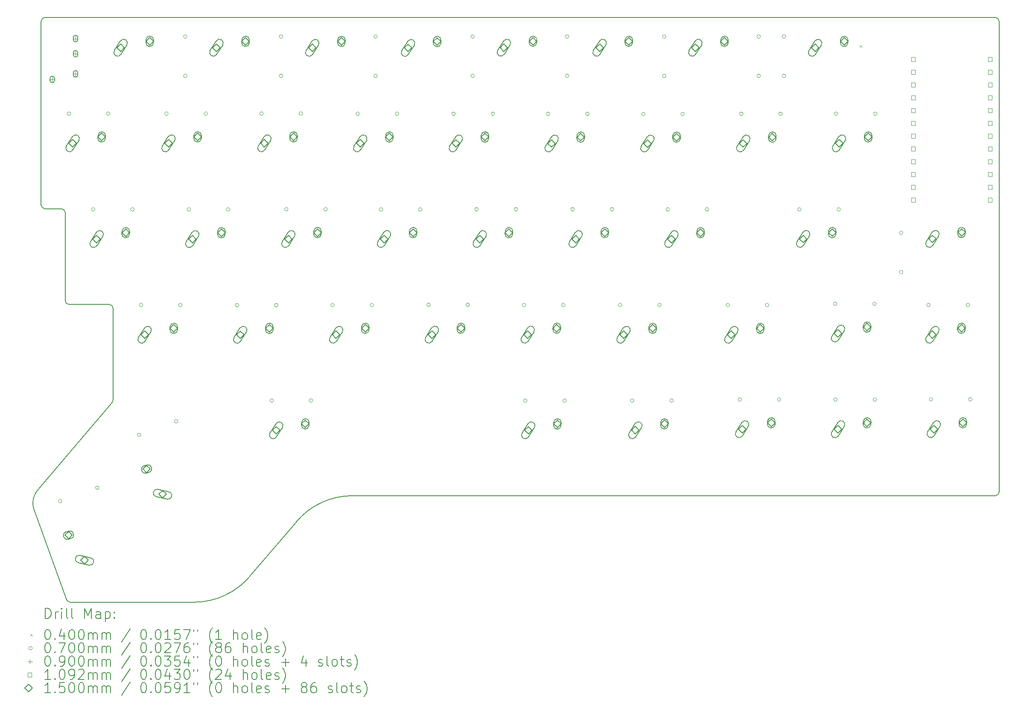
<source format=gbr>
%TF.GenerationSoftware,KiCad,Pcbnew,(6.0.10-0)*%
%TF.CreationDate,2022-12-25T19:17:20-08:00*%
%TF.ProjectId,right,72696768-742e-46b6-9963-61645f706362,rev?*%
%TF.SameCoordinates,Original*%
%TF.FileFunction,Drillmap*%
%TF.FilePolarity,Positive*%
%FSLAX45Y45*%
G04 Gerber Fmt 4.5, Leading zero omitted, Abs format (unit mm)*
G04 Created by KiCad (PCBNEW (6.0.10-0)) date 2022-12-25 19:17:20*
%MOMM*%
%LPD*%
G01*
G04 APERTURE LIST*
%ADD10C,0.200000*%
%ADD11C,0.040000*%
%ADD12C,0.070000*%
%ADD13C,0.090000*%
%ADD14C,0.109220*%
%ADD15C,0.150000*%
G04 APERTURE END LIST*
D10*
X21542000Y-2480000D02*
X2692000Y-2480000D01*
X2692000Y-2480000D02*
G75*
G03*
X2617000Y-2555000I0J-75000D01*
G01*
X21617000Y-2555000D02*
G75*
G03*
X21542000Y-2480000I-75000J0D01*
G01*
X5645100Y-14095410D02*
G75*
G03*
X6756688Y-13581268I0J1458710D01*
G01*
X2617000Y-6205000D02*
G75*
G03*
X2692000Y-6280000I75000J0D01*
G01*
X3092000Y-8105000D02*
X3092000Y-6355000D01*
X3967000Y-8180000D02*
X3167000Y-8180000D01*
X4042000Y-8255000D02*
G75*
G03*
X3967000Y-8180000I-75000J0D01*
G01*
X4024153Y-10128565D02*
G75*
G03*
X4042000Y-10080000I-57153J48565D01*
G01*
X4042000Y-10080000D02*
X4042000Y-8255000D01*
X2545698Y-11868476D02*
X4024153Y-10128565D01*
X3125123Y-14046051D02*
X2475291Y-12260646D01*
X3092000Y-8105000D02*
G75*
G03*
X3167000Y-8180000I75000J0D01*
G01*
X2545698Y-11868476D02*
G75*
G03*
X2475291Y-12260646I302002J-256624D01*
G01*
X3195600Y-14095400D02*
X5645100Y-14095400D01*
X3092000Y-6355000D02*
G75*
G03*
X3017000Y-6280000I-75000J0D01*
G01*
X21617000Y-2555000D02*
X21617000Y-11905000D01*
X3125123Y-14046051D02*
G75*
G03*
X3195600Y-14095400I70477J25652D01*
G01*
X2617000Y-2555000D02*
X2617000Y-6205000D01*
X21542000Y-11980000D02*
X8792000Y-11980000D01*
X6756688Y-13581268D02*
X7680411Y-12494134D01*
X21542000Y-11980000D02*
G75*
G03*
X21617000Y-11905000I0J75000D01*
G01*
X3017000Y-6280000D02*
X2692000Y-6280000D01*
X8792000Y-11979990D02*
G75*
G03*
X7680411Y-12494134I0J-1458710D01*
G01*
D11*
X18855000Y-3030000D02*
X18895000Y-3070000D01*
X18895000Y-3030000D02*
X18855000Y-3070000D01*
D12*
X3030520Y-12087388D02*
G75*
G03*
X3030520Y-12087388I-35000J0D01*
G01*
X3203000Y-4391000D02*
G75*
G03*
X3203000Y-4391000I-35000J0D01*
G01*
X3683000Y-6293000D02*
G75*
G03*
X3683000Y-6293000I-35000J0D01*
G01*
X3763480Y-11820612D02*
G75*
G03*
X3763480Y-11820612I-35000J0D01*
G01*
X3983000Y-4391000D02*
G75*
G03*
X3983000Y-4391000I-35000J0D01*
G01*
X4463000Y-6293000D02*
G75*
G03*
X4463000Y-6293000I-35000J0D01*
G01*
X4595520Y-10770388D02*
G75*
G03*
X4595520Y-10770388I-35000J0D01*
G01*
X4633000Y-8194000D02*
G75*
G03*
X4633000Y-8194000I-35000J0D01*
G01*
X5137000Y-4391000D02*
G75*
G03*
X5137000Y-4391000I-35000J0D01*
G01*
X5328480Y-10503612D02*
G75*
G03*
X5328480Y-10503612I-35000J0D01*
G01*
X5413000Y-8194000D02*
G75*
G03*
X5413000Y-8194000I-35000J0D01*
G01*
X5510000Y-2860000D02*
G75*
G03*
X5510000Y-2860000I-35000J0D01*
G01*
X5510000Y-3640000D02*
G75*
G03*
X5510000Y-3640000I-35000J0D01*
G01*
X5580000Y-6293000D02*
G75*
G03*
X5580000Y-6293000I-35000J0D01*
G01*
X5917000Y-4391000D02*
G75*
G03*
X5917000Y-4391000I-35000J0D01*
G01*
X6360000Y-6293000D02*
G75*
G03*
X6360000Y-6293000I-35000J0D01*
G01*
X6537000Y-8196000D02*
G75*
G03*
X6537000Y-8196000I-35000J0D01*
G01*
X7022000Y-4389000D02*
G75*
G03*
X7022000Y-4389000I-35000J0D01*
G01*
X7223500Y-10090000D02*
G75*
G03*
X7223500Y-10090000I-35000J0D01*
G01*
X7317000Y-8196000D02*
G75*
G03*
X7317000Y-8196000I-35000J0D01*
G01*
X7410000Y-2860000D02*
G75*
G03*
X7410000Y-2860000I-35000J0D01*
G01*
X7410000Y-3640000D02*
G75*
G03*
X7410000Y-3640000I-35000J0D01*
G01*
X7515000Y-6290000D02*
G75*
G03*
X7515000Y-6290000I-35000J0D01*
G01*
X7802000Y-4389000D02*
G75*
G03*
X7802000Y-4389000I-35000J0D01*
G01*
X8003500Y-10090000D02*
G75*
G03*
X8003500Y-10090000I-35000J0D01*
G01*
X8295000Y-6290000D02*
G75*
G03*
X8295000Y-6290000I-35000J0D01*
G01*
X8430000Y-8193000D02*
G75*
G03*
X8430000Y-8193000I-35000J0D01*
G01*
X8930000Y-4394000D02*
G75*
G03*
X8930000Y-4394000I-35000J0D01*
G01*
X9210000Y-8193000D02*
G75*
G03*
X9210000Y-8193000I-35000J0D01*
G01*
X9285000Y-2860000D02*
G75*
G03*
X9285000Y-2860000I-35000J0D01*
G01*
X9285000Y-3640000D02*
G75*
G03*
X9285000Y-3640000I-35000J0D01*
G01*
X9392000Y-6294000D02*
G75*
G03*
X9392000Y-6294000I-35000J0D01*
G01*
X9710000Y-4394000D02*
G75*
G03*
X9710000Y-4394000I-35000J0D01*
G01*
X10172000Y-6294000D02*
G75*
G03*
X10172000Y-6294000I-35000J0D01*
G01*
X10333000Y-8188000D02*
G75*
G03*
X10333000Y-8188000I-35000J0D01*
G01*
X10831000Y-4394000D02*
G75*
G03*
X10831000Y-4394000I-35000J0D01*
G01*
X11113000Y-8188000D02*
G75*
G03*
X11113000Y-8188000I-35000J0D01*
G01*
X11210000Y-2860000D02*
G75*
G03*
X11210000Y-2860000I-35000J0D01*
G01*
X11210000Y-3640000D02*
G75*
G03*
X11210000Y-3640000I-35000J0D01*
G01*
X11288000Y-6291000D02*
G75*
G03*
X11288000Y-6291000I-35000J0D01*
G01*
X11611000Y-4394000D02*
G75*
G03*
X11611000Y-4394000I-35000J0D01*
G01*
X12068000Y-6291000D02*
G75*
G03*
X12068000Y-6291000I-35000J0D01*
G01*
X12229000Y-8193000D02*
G75*
G03*
X12229000Y-8193000I-35000J0D01*
G01*
X12255000Y-10091000D02*
G75*
G03*
X12255000Y-10091000I-35000J0D01*
G01*
X12709000Y-4395000D02*
G75*
G03*
X12709000Y-4395000I-35000J0D01*
G01*
X13009000Y-8193000D02*
G75*
G03*
X13009000Y-8193000I-35000J0D01*
G01*
X13035000Y-10091000D02*
G75*
G03*
X13035000Y-10091000I-35000J0D01*
G01*
X13085000Y-2860000D02*
G75*
G03*
X13085000Y-2860000I-35000J0D01*
G01*
X13085000Y-3640000D02*
G75*
G03*
X13085000Y-3640000I-35000J0D01*
G01*
X13193000Y-6291000D02*
G75*
G03*
X13193000Y-6291000I-35000J0D01*
G01*
X13489000Y-4395000D02*
G75*
G03*
X13489000Y-4395000I-35000J0D01*
G01*
X13973000Y-6291000D02*
G75*
G03*
X13973000Y-6291000I-35000J0D01*
G01*
X14137000Y-8191000D02*
G75*
G03*
X14137000Y-8191000I-35000J0D01*
G01*
X14376000Y-10090000D02*
G75*
G03*
X14376000Y-10090000I-35000J0D01*
G01*
X14595000Y-4397000D02*
G75*
G03*
X14595000Y-4397000I-35000J0D01*
G01*
X14917000Y-8191000D02*
G75*
G03*
X14917000Y-8191000I-35000J0D01*
G01*
X15010000Y-2860000D02*
G75*
G03*
X15010000Y-2860000I-35000J0D01*
G01*
X15010000Y-3640000D02*
G75*
G03*
X15010000Y-3640000I-35000J0D01*
G01*
X15081000Y-6292000D02*
G75*
G03*
X15081000Y-6292000I-35000J0D01*
G01*
X15156000Y-10090000D02*
G75*
G03*
X15156000Y-10090000I-35000J0D01*
G01*
X15375000Y-4397000D02*
G75*
G03*
X15375000Y-4397000I-35000J0D01*
G01*
X15861000Y-6292000D02*
G75*
G03*
X15861000Y-6292000I-35000J0D01*
G01*
X16271000Y-8193000D02*
G75*
G03*
X16271000Y-8193000I-35000J0D01*
G01*
X16508000Y-10069000D02*
G75*
G03*
X16508000Y-10069000I-35000J0D01*
G01*
X16538000Y-4394000D02*
G75*
G03*
X16538000Y-4394000I-35000J0D01*
G01*
X16885000Y-2860000D02*
G75*
G03*
X16885000Y-2860000I-35000J0D01*
G01*
X16885000Y-3640000D02*
G75*
G03*
X16885000Y-3640000I-35000J0D01*
G01*
X17051000Y-8193000D02*
G75*
G03*
X17051000Y-8193000I-35000J0D01*
G01*
X17288000Y-10069000D02*
G75*
G03*
X17288000Y-10069000I-35000J0D01*
G01*
X17318000Y-4394000D02*
G75*
G03*
X17318000Y-4394000I-35000J0D01*
G01*
X17385000Y-2860000D02*
G75*
G03*
X17385000Y-2860000I-35000J0D01*
G01*
X17385000Y-3640000D02*
G75*
G03*
X17385000Y-3640000I-35000J0D01*
G01*
X17691000Y-6293000D02*
G75*
G03*
X17691000Y-6293000I-35000J0D01*
G01*
X18402000Y-8168000D02*
G75*
G03*
X18402000Y-8168000I-35000J0D01*
G01*
X18408000Y-10071000D02*
G75*
G03*
X18408000Y-10071000I-35000J0D01*
G01*
X18418000Y-4393000D02*
G75*
G03*
X18418000Y-4393000I-35000J0D01*
G01*
X18471000Y-6293000D02*
G75*
G03*
X18471000Y-6293000I-35000J0D01*
G01*
X19182000Y-8168000D02*
G75*
G03*
X19182000Y-8168000I-35000J0D01*
G01*
X19188000Y-10071000D02*
G75*
G03*
X19188000Y-10071000I-35000J0D01*
G01*
X19198000Y-4393000D02*
G75*
G03*
X19198000Y-4393000I-35000J0D01*
G01*
X19710000Y-6760000D02*
G75*
G03*
X19710000Y-6760000I-35000J0D01*
G01*
X19710000Y-7540000D02*
G75*
G03*
X19710000Y-7540000I-35000J0D01*
G01*
X20253000Y-8191000D02*
G75*
G03*
X20253000Y-8191000I-35000J0D01*
G01*
X20301000Y-10067000D02*
G75*
G03*
X20301000Y-10067000I-35000J0D01*
G01*
X21033000Y-8191000D02*
G75*
G03*
X21033000Y-8191000I-35000J0D01*
G01*
X21081000Y-10067000D02*
G75*
G03*
X21081000Y-10067000I-35000J0D01*
G01*
D13*
X2839000Y-3666000D02*
X2839000Y-3756000D01*
X2794000Y-3711000D02*
X2884000Y-3711000D01*
D10*
X2794000Y-3691000D02*
X2794000Y-3731000D01*
X2884000Y-3691000D02*
X2884000Y-3731000D01*
X2794000Y-3731000D02*
G75*
G03*
X2884000Y-3731000I45000J0D01*
G01*
X2884000Y-3691000D02*
G75*
G03*
X2794000Y-3691000I-45000J0D01*
G01*
D13*
X3299000Y-2856000D02*
X3299000Y-2946000D01*
X3254000Y-2901000D02*
X3344000Y-2901000D01*
D10*
X3254000Y-2881000D02*
X3254000Y-2921000D01*
X3344000Y-2881000D02*
X3344000Y-2921000D01*
X3254000Y-2921000D02*
G75*
G03*
X3344000Y-2921000I45000J0D01*
G01*
X3344000Y-2881000D02*
G75*
G03*
X3254000Y-2881000I-45000J0D01*
G01*
D13*
X3299000Y-3156000D02*
X3299000Y-3246000D01*
X3254000Y-3201000D02*
X3344000Y-3201000D01*
D10*
X3254000Y-3181000D02*
X3254000Y-3221000D01*
X3344000Y-3181000D02*
X3344000Y-3221000D01*
X3254000Y-3221000D02*
G75*
G03*
X3344000Y-3221000I45000J0D01*
G01*
X3344000Y-3181000D02*
G75*
G03*
X3254000Y-3181000I-45000J0D01*
G01*
D13*
X3299000Y-3556000D02*
X3299000Y-3646000D01*
X3254000Y-3601000D02*
X3344000Y-3601000D01*
D10*
X3254000Y-3581000D02*
X3254000Y-3621000D01*
X3344000Y-3581000D02*
X3344000Y-3621000D01*
X3254000Y-3621000D02*
G75*
G03*
X3344000Y-3621000I45000J0D01*
G01*
X3344000Y-3581000D02*
G75*
G03*
X3254000Y-3581000I-45000J0D01*
G01*
D14*
X19953616Y-3350090D02*
X19953616Y-3272859D01*
X19876385Y-3272859D01*
X19876385Y-3350090D01*
X19953616Y-3350090D01*
X19953616Y-3604090D02*
X19953616Y-3526859D01*
X19876385Y-3526859D01*
X19876385Y-3604090D01*
X19953616Y-3604090D01*
X19953616Y-3858090D02*
X19953616Y-3780859D01*
X19876385Y-3780859D01*
X19876385Y-3858090D01*
X19953616Y-3858090D01*
X19953616Y-4112090D02*
X19953616Y-4034859D01*
X19876385Y-4034859D01*
X19876385Y-4112090D01*
X19953616Y-4112090D01*
X19953616Y-4366091D02*
X19953616Y-4288860D01*
X19876385Y-4288860D01*
X19876385Y-4366091D01*
X19953616Y-4366091D01*
X19953616Y-4620091D02*
X19953616Y-4542860D01*
X19876385Y-4542860D01*
X19876385Y-4620091D01*
X19953616Y-4620091D01*
X19953616Y-4874091D02*
X19953616Y-4796860D01*
X19876385Y-4796860D01*
X19876385Y-4874091D01*
X19953616Y-4874091D01*
X19953616Y-5128091D02*
X19953616Y-5050860D01*
X19876385Y-5050860D01*
X19876385Y-5128091D01*
X19953616Y-5128091D01*
X19953616Y-5382091D02*
X19953616Y-5304860D01*
X19876385Y-5304860D01*
X19876385Y-5382091D01*
X19953616Y-5382091D01*
X19953616Y-5636090D02*
X19953616Y-5558860D01*
X19876385Y-5558860D01*
X19876385Y-5636090D01*
X19953616Y-5636090D01*
X19953616Y-5890090D02*
X19953616Y-5812859D01*
X19876385Y-5812859D01*
X19876385Y-5890090D01*
X19953616Y-5890090D01*
X19953616Y-6144090D02*
X19953616Y-6066859D01*
X19876385Y-6066859D01*
X19876385Y-6144090D01*
X19953616Y-6144090D01*
X21477616Y-3350090D02*
X21477616Y-3272859D01*
X21400385Y-3272859D01*
X21400385Y-3350090D01*
X21477616Y-3350090D01*
X21477616Y-3604090D02*
X21477616Y-3526859D01*
X21400385Y-3526859D01*
X21400385Y-3604090D01*
X21477616Y-3604090D01*
X21477616Y-3858090D02*
X21477616Y-3780859D01*
X21400385Y-3780859D01*
X21400385Y-3858090D01*
X21477616Y-3858090D01*
X21477616Y-4112090D02*
X21477616Y-4034859D01*
X21400385Y-4034859D01*
X21400385Y-4112090D01*
X21477616Y-4112090D01*
X21477616Y-4366091D02*
X21477616Y-4288860D01*
X21400385Y-4288860D01*
X21400385Y-4366091D01*
X21477616Y-4366091D01*
X21477616Y-4620091D02*
X21477616Y-4542860D01*
X21400385Y-4542860D01*
X21400385Y-4620091D01*
X21477616Y-4620091D01*
X21477616Y-4874091D02*
X21477616Y-4796860D01*
X21400385Y-4796860D01*
X21400385Y-4874091D01*
X21477616Y-4874091D01*
X21477616Y-5128091D02*
X21477616Y-5050860D01*
X21400385Y-5050860D01*
X21400385Y-5128091D01*
X21477616Y-5128091D01*
X21477616Y-5382091D02*
X21477616Y-5304860D01*
X21400385Y-5304860D01*
X21400385Y-5382091D01*
X21477616Y-5382091D01*
X21477616Y-5636090D02*
X21477616Y-5558860D01*
X21400385Y-5558860D01*
X21400385Y-5636090D01*
X21477616Y-5636090D01*
X21477616Y-5890090D02*
X21477616Y-5812859D01*
X21400385Y-5812859D01*
X21400385Y-5890090D01*
X21477616Y-5890090D01*
X21477616Y-6144090D02*
X21477616Y-6066859D01*
X21400385Y-6066859D01*
X21400385Y-6144090D01*
X21477616Y-6144090D01*
D15*
X3159698Y-12838025D02*
X3234698Y-12763025D01*
X3159698Y-12688025D01*
X3084698Y-12763025D01*
X3159698Y-12838025D01*
D10*
X3152634Y-12843126D02*
X3208359Y-12827041D01*
X3111037Y-12699009D02*
X3166762Y-12682924D01*
X3208359Y-12827041D02*
G75*
G03*
X3166762Y-12682925I-20799J72058D01*
G01*
X3111037Y-12699009D02*
G75*
G03*
X3152634Y-12843126I20799J-72058D01*
G01*
D15*
X3240500Y-5056000D02*
X3315500Y-4981000D01*
X3240500Y-4906000D01*
X3165500Y-4981000D01*
X3240500Y-5056000D01*
D10*
X3237692Y-4845821D02*
X3116799Y-5035584D01*
X3364201Y-4926416D02*
X3243308Y-5116179D01*
X3116799Y-5035584D02*
G75*
G03*
X3243308Y-5116179I63254J-40298D01*
G01*
X3364201Y-4926416D02*
G75*
G03*
X3237692Y-4845821I-63254J40298D01*
G01*
D15*
X3476556Y-13337261D02*
X3551556Y-13262261D01*
X3476556Y-13187261D01*
X3401556Y-13262261D01*
X3476556Y-13337261D01*
D10*
X3350489Y-13311134D02*
X3570156Y-13359833D01*
X3382955Y-13164689D02*
X3602622Y-13213388D01*
X3570156Y-13359833D02*
G75*
G03*
X3602622Y-13213388I16233J73222D01*
G01*
X3382955Y-13164689D02*
G75*
G03*
X3350489Y-13311134I-16233J-73222D01*
G01*
D15*
X3716500Y-6957000D02*
X3791500Y-6882000D01*
X3716500Y-6807000D01*
X3641500Y-6882000D01*
X3716500Y-6957000D01*
D10*
X3713692Y-6746821D02*
X3592799Y-6936584D01*
X3840201Y-6827416D02*
X3719308Y-7017179D01*
X3592799Y-6936584D02*
G75*
G03*
X3719308Y-7017179I63254J-40298D01*
G01*
X3840201Y-6827416D02*
G75*
G03*
X3713692Y-6746821I-63254J40298D01*
G01*
D15*
X3818000Y-4929000D02*
X3893000Y-4854000D01*
X3818000Y-4779000D01*
X3743000Y-4854000D01*
X3818000Y-4929000D01*
D10*
X3745146Y-4819966D02*
X3741201Y-4877832D01*
X3894799Y-4830168D02*
X3890854Y-4888034D01*
X3741201Y-4877832D02*
G75*
G03*
X3890854Y-4888034I74826J-5101D01*
G01*
X3894799Y-4830168D02*
G75*
G03*
X3745146Y-4819966I-74826J5101D01*
G01*
D15*
X4192500Y-3157000D02*
X4267500Y-3082000D01*
X4192500Y-3007000D01*
X4117500Y-3082000D01*
X4192500Y-3157000D01*
D10*
X4189692Y-2946821D02*
X4068799Y-3136584D01*
X4316201Y-3027416D02*
X4195308Y-3217179D01*
X4068799Y-3136584D02*
G75*
G03*
X4195308Y-3217179I63254J-40298D01*
G01*
X4316201Y-3027416D02*
G75*
G03*
X4189692Y-2946821I-63254J40298D01*
G01*
D15*
X4294000Y-6830000D02*
X4369000Y-6755000D01*
X4294000Y-6680000D01*
X4219000Y-6755000D01*
X4294000Y-6830000D01*
D10*
X4221146Y-6720966D02*
X4217201Y-6778832D01*
X4370799Y-6731168D02*
X4366854Y-6789034D01*
X4217201Y-6778832D02*
G75*
G03*
X4366854Y-6789034I74826J-5101D01*
G01*
X4370799Y-6731168D02*
G75*
G03*
X4221146Y-6720966I-74826J5101D01*
G01*
D15*
X4669500Y-8858000D02*
X4744500Y-8783000D01*
X4669500Y-8708000D01*
X4594500Y-8783000D01*
X4669500Y-8858000D01*
D10*
X4666692Y-8647821D02*
X4545799Y-8837584D01*
X4793201Y-8728416D02*
X4672308Y-8918179D01*
X4545799Y-8837584D02*
G75*
G03*
X4672308Y-8918179I63254J-40298D01*
G01*
X4793201Y-8728416D02*
G75*
G03*
X4666692Y-8647821I-63254J40298D01*
G01*
D15*
X4707698Y-11526025D02*
X4782698Y-11451025D01*
X4707698Y-11376025D01*
X4632698Y-11451025D01*
X4707698Y-11526025D01*
D10*
X4700634Y-11531126D02*
X4756359Y-11515041D01*
X4659037Y-11387009D02*
X4714762Y-11370924D01*
X4756359Y-11515041D02*
G75*
G03*
X4714762Y-11370925I-20799J72058D01*
G01*
X4659037Y-11387009D02*
G75*
G03*
X4700634Y-11531126I20799J-72058D01*
G01*
D15*
X4770000Y-3030000D02*
X4845000Y-2955000D01*
X4770000Y-2880000D01*
X4695000Y-2955000D01*
X4770000Y-3030000D01*
D10*
X4697146Y-2920966D02*
X4693201Y-2978832D01*
X4846799Y-2931168D02*
X4842854Y-2989034D01*
X4693201Y-2978832D02*
G75*
G03*
X4842854Y-2989034I74826J-5101D01*
G01*
X4846799Y-2931168D02*
G75*
G03*
X4697146Y-2920966I-74826J5101D01*
G01*
D15*
X5024556Y-12025261D02*
X5099556Y-11950261D01*
X5024556Y-11875261D01*
X4949556Y-11950261D01*
X5024556Y-12025261D01*
D10*
X4898490Y-11999134D02*
X5118156Y-12047833D01*
X4930956Y-11852689D02*
X5150622Y-11901388D01*
X5118156Y-12047833D02*
G75*
G03*
X5150622Y-11901388I16233J73222D01*
G01*
X4930956Y-11852689D02*
G75*
G03*
X4898490Y-11999134I-16233J-73222D01*
G01*
D15*
X5142500Y-5056000D02*
X5217500Y-4981000D01*
X5142500Y-4906000D01*
X5067500Y-4981000D01*
X5142500Y-5056000D01*
D10*
X5139692Y-4845821D02*
X5018799Y-5035584D01*
X5266201Y-4926416D02*
X5145308Y-5116179D01*
X5018799Y-5035584D02*
G75*
G03*
X5145308Y-5116179I63254J-40298D01*
G01*
X5266201Y-4926416D02*
G75*
G03*
X5139692Y-4845821I-63254J40298D01*
G01*
D15*
X5247000Y-8731000D02*
X5322000Y-8656000D01*
X5247000Y-8581000D01*
X5172000Y-8656000D01*
X5247000Y-8731000D01*
D10*
X5174146Y-8621966D02*
X5170201Y-8679832D01*
X5323799Y-8632168D02*
X5319854Y-8690034D01*
X5170201Y-8679832D02*
G75*
G03*
X5319854Y-8690034I74826J-5101D01*
G01*
X5323799Y-8632168D02*
G75*
G03*
X5174146Y-8621966I-74826J5101D01*
G01*
D15*
X5614500Y-6958000D02*
X5689500Y-6883000D01*
X5614500Y-6808000D01*
X5539500Y-6883000D01*
X5614500Y-6958000D01*
D10*
X5611692Y-6747821D02*
X5490799Y-6937584D01*
X5738201Y-6828416D02*
X5617308Y-7018179D01*
X5490799Y-6937584D02*
G75*
G03*
X5617308Y-7018179I63254J-40298D01*
G01*
X5738201Y-6828416D02*
G75*
G03*
X5611692Y-6747821I-63254J40298D01*
G01*
D15*
X5720000Y-4929000D02*
X5795000Y-4854000D01*
X5720000Y-4779000D01*
X5645000Y-4854000D01*
X5720000Y-4929000D01*
D10*
X5647146Y-4819966D02*
X5643201Y-4877832D01*
X5796799Y-4830168D02*
X5792854Y-4888034D01*
X5643201Y-4877832D02*
G75*
G03*
X5792854Y-4888034I74826J-5101D01*
G01*
X5796799Y-4830168D02*
G75*
G03*
X5647146Y-4819966I-74826J5101D01*
G01*
D15*
X6092500Y-3157000D02*
X6167500Y-3082000D01*
X6092500Y-3007000D01*
X6017500Y-3082000D01*
X6092500Y-3157000D01*
D10*
X6089692Y-2946821D02*
X5968799Y-3136584D01*
X6216201Y-3027416D02*
X6095308Y-3217179D01*
X5968799Y-3136584D02*
G75*
G03*
X6095308Y-3217179I63254J-40298D01*
G01*
X6216201Y-3027416D02*
G75*
G03*
X6089692Y-2946821I-63254J40298D01*
G01*
D15*
X6192000Y-6831000D02*
X6267000Y-6756000D01*
X6192000Y-6681000D01*
X6117000Y-6756000D01*
X6192000Y-6831000D01*
D10*
X6119146Y-6721966D02*
X6115201Y-6779832D01*
X6268799Y-6732168D02*
X6264854Y-6790034D01*
X6115201Y-6779832D02*
G75*
G03*
X6264854Y-6790034I74826J-5101D01*
G01*
X6268799Y-6732168D02*
G75*
G03*
X6119146Y-6721966I-74826J5101D01*
G01*
D15*
X6565500Y-8859000D02*
X6640500Y-8784000D01*
X6565500Y-8709000D01*
X6490500Y-8784000D01*
X6565500Y-8859000D01*
D10*
X6562692Y-8648821D02*
X6441799Y-8838584D01*
X6689201Y-8729416D02*
X6568308Y-8919179D01*
X6441799Y-8838584D02*
G75*
G03*
X6568308Y-8919179I63254J-40298D01*
G01*
X6689201Y-8729416D02*
G75*
G03*
X6562692Y-8648821I-63254J40298D01*
G01*
D15*
X6670000Y-3030000D02*
X6745000Y-2955000D01*
X6670000Y-2880000D01*
X6595000Y-2955000D01*
X6670000Y-3030000D01*
D10*
X6597146Y-2920966D02*
X6593201Y-2978832D01*
X6746799Y-2931168D02*
X6742854Y-2989034D01*
X6593201Y-2978832D02*
G75*
G03*
X6742854Y-2989034I74826J-5101D01*
G01*
X6746799Y-2931168D02*
G75*
G03*
X6597146Y-2920966I-74826J5101D01*
G01*
D15*
X7044500Y-5056000D02*
X7119500Y-4981000D01*
X7044500Y-4906000D01*
X6969500Y-4981000D01*
X7044500Y-5056000D01*
D10*
X7041692Y-4845821D02*
X6920799Y-5035584D01*
X7168201Y-4926416D02*
X7047308Y-5116179D01*
X6920799Y-5035584D02*
G75*
G03*
X7047308Y-5116179I63254J-40298D01*
G01*
X7168201Y-4926416D02*
G75*
G03*
X7041692Y-4845821I-63254J40298D01*
G01*
D15*
X7143000Y-8732000D02*
X7218000Y-8657000D01*
X7143000Y-8582000D01*
X7068000Y-8657000D01*
X7143000Y-8732000D01*
D10*
X7070146Y-8622966D02*
X7066201Y-8680832D01*
X7219799Y-8633168D02*
X7215854Y-8691034D01*
X7066201Y-8680832D02*
G75*
G03*
X7215854Y-8691034I74826J-5101D01*
G01*
X7219799Y-8633168D02*
G75*
G03*
X7070146Y-8622966I-74826J5101D01*
G01*
D15*
X7278500Y-10756000D02*
X7353500Y-10681000D01*
X7278500Y-10606000D01*
X7203500Y-10681000D01*
X7278500Y-10756000D01*
D10*
X7275692Y-10545821D02*
X7154799Y-10735584D01*
X7402201Y-10626416D02*
X7281308Y-10816179D01*
X7154799Y-10735584D02*
G75*
G03*
X7281308Y-10816179I63254J-40298D01*
G01*
X7402201Y-10626416D02*
G75*
G03*
X7275692Y-10545821I-63254J40298D01*
G01*
D15*
X7520500Y-6956000D02*
X7595500Y-6881000D01*
X7520500Y-6806000D01*
X7445500Y-6881000D01*
X7520500Y-6956000D01*
D10*
X7517692Y-6745821D02*
X7396799Y-6935584D01*
X7644201Y-6826416D02*
X7523308Y-7016179D01*
X7396799Y-6935584D02*
G75*
G03*
X7523308Y-7016179I63254J-40298D01*
G01*
X7644201Y-6826416D02*
G75*
G03*
X7517692Y-6745821I-63254J40298D01*
G01*
D15*
X7622000Y-4929000D02*
X7697000Y-4854000D01*
X7622000Y-4779000D01*
X7547000Y-4854000D01*
X7622000Y-4929000D01*
D10*
X7549146Y-4819966D02*
X7545201Y-4877832D01*
X7698799Y-4830168D02*
X7694854Y-4888034D01*
X7545201Y-4877832D02*
G75*
G03*
X7694854Y-4888034I74826J-5101D01*
G01*
X7698799Y-4830168D02*
G75*
G03*
X7549146Y-4819966I-74826J5101D01*
G01*
D15*
X7856000Y-10629000D02*
X7931000Y-10554000D01*
X7856000Y-10479000D01*
X7781000Y-10554000D01*
X7856000Y-10629000D01*
D10*
X7783146Y-10519966D02*
X7779201Y-10577832D01*
X7932799Y-10530168D02*
X7928854Y-10588034D01*
X7779201Y-10577832D02*
G75*
G03*
X7928854Y-10588034I74826J-5101D01*
G01*
X7932799Y-10530168D02*
G75*
G03*
X7783146Y-10519966I-74826J5101D01*
G01*
D15*
X7994500Y-3159000D02*
X8069500Y-3084000D01*
X7994500Y-3009000D01*
X7919500Y-3084000D01*
X7994500Y-3159000D01*
D10*
X7991692Y-2948821D02*
X7870799Y-3138584D01*
X8118201Y-3029416D02*
X7997308Y-3219179D01*
X7870799Y-3138584D02*
G75*
G03*
X7997308Y-3219179I63254J-40298D01*
G01*
X8118201Y-3029416D02*
G75*
G03*
X7991692Y-2948821I-63254J40298D01*
G01*
D15*
X8098000Y-6829000D02*
X8173000Y-6754000D01*
X8098000Y-6679000D01*
X8023000Y-6754000D01*
X8098000Y-6829000D01*
D10*
X8025146Y-6719966D02*
X8021201Y-6777832D01*
X8174799Y-6730168D02*
X8170854Y-6788034D01*
X8021201Y-6777832D02*
G75*
G03*
X8170854Y-6788034I74826J-5101D01*
G01*
X8174799Y-6730168D02*
G75*
G03*
X8025146Y-6719966I-74826J5101D01*
G01*
D15*
X8467500Y-8857000D02*
X8542500Y-8782000D01*
X8467500Y-8707000D01*
X8392500Y-8782000D01*
X8467500Y-8857000D01*
D10*
X8464692Y-8646821D02*
X8343799Y-8836584D01*
X8591201Y-8727416D02*
X8470308Y-8917179D01*
X8343799Y-8836584D02*
G75*
G03*
X8470308Y-8917179I63254J-40298D01*
G01*
X8591201Y-8727416D02*
G75*
G03*
X8464692Y-8646821I-63254J40298D01*
G01*
D15*
X8572000Y-3032000D02*
X8647000Y-2957000D01*
X8572000Y-2882000D01*
X8497000Y-2957000D01*
X8572000Y-3032000D01*
D10*
X8499146Y-2922966D02*
X8495201Y-2980832D01*
X8648799Y-2933168D02*
X8644854Y-2991034D01*
X8495201Y-2980832D02*
G75*
G03*
X8644854Y-2991034I74826J-5101D01*
G01*
X8648799Y-2933168D02*
G75*
G03*
X8499146Y-2922966I-74826J5101D01*
G01*
D15*
X8945500Y-5057000D02*
X9020500Y-4982000D01*
X8945500Y-4907000D01*
X8870500Y-4982000D01*
X8945500Y-5057000D01*
D10*
X8942692Y-4846821D02*
X8821799Y-5036584D01*
X9069201Y-4927416D02*
X8948308Y-5117179D01*
X8821799Y-5036584D02*
G75*
G03*
X8948308Y-5117179I63254J-40298D01*
G01*
X9069201Y-4927416D02*
G75*
G03*
X8942692Y-4846821I-63254J40298D01*
G01*
D15*
X9045000Y-8730000D02*
X9120000Y-8655000D01*
X9045000Y-8580000D01*
X8970000Y-8655000D01*
X9045000Y-8730000D01*
D10*
X8972146Y-8620966D02*
X8968201Y-8678832D01*
X9121799Y-8631168D02*
X9117854Y-8689034D01*
X8968201Y-8678832D02*
G75*
G03*
X9117854Y-8689034I74826J-5101D01*
G01*
X9121799Y-8631168D02*
G75*
G03*
X8972146Y-8620966I-74826J5101D01*
G01*
D15*
X9417500Y-6956000D02*
X9492500Y-6881000D01*
X9417500Y-6806000D01*
X9342500Y-6881000D01*
X9417500Y-6956000D01*
D10*
X9414692Y-6745821D02*
X9293799Y-6935584D01*
X9541201Y-6826416D02*
X9420308Y-7016179D01*
X9293799Y-6935584D02*
G75*
G03*
X9420308Y-7016179I63254J-40298D01*
G01*
X9541201Y-6826416D02*
G75*
G03*
X9414692Y-6745821I-63254J40298D01*
G01*
D15*
X9523000Y-4930000D02*
X9598000Y-4855000D01*
X9523000Y-4780000D01*
X9448000Y-4855000D01*
X9523000Y-4930000D01*
D10*
X9450146Y-4820966D02*
X9446201Y-4878832D01*
X9599799Y-4831168D02*
X9595854Y-4889034D01*
X9446201Y-4878832D02*
G75*
G03*
X9595854Y-4889034I74826J-5101D01*
G01*
X9599799Y-4831168D02*
G75*
G03*
X9450146Y-4820966I-74826J5101D01*
G01*
D15*
X9893500Y-3161000D02*
X9968500Y-3086000D01*
X9893500Y-3011000D01*
X9818500Y-3086000D01*
X9893500Y-3161000D01*
D10*
X9890692Y-2950821D02*
X9769799Y-3140584D01*
X10017201Y-3031416D02*
X9896308Y-3221179D01*
X9769799Y-3140584D02*
G75*
G03*
X9896308Y-3221179I63254J-40298D01*
G01*
X10017201Y-3031416D02*
G75*
G03*
X9890692Y-2950821I-63254J40298D01*
G01*
D15*
X9995000Y-6829000D02*
X10070000Y-6754000D01*
X9995000Y-6679000D01*
X9920000Y-6754000D01*
X9995000Y-6829000D01*
D10*
X9922146Y-6719966D02*
X9918201Y-6777832D01*
X10071799Y-6730168D02*
X10067854Y-6788034D01*
X9918201Y-6777832D02*
G75*
G03*
X10067854Y-6788034I74826J-5101D01*
G01*
X10071799Y-6730168D02*
G75*
G03*
X9922146Y-6719966I-74826J5101D01*
G01*
D15*
X10366500Y-8856000D02*
X10441500Y-8781000D01*
X10366500Y-8706000D01*
X10291500Y-8781000D01*
X10366500Y-8856000D01*
D10*
X10363692Y-8645821D02*
X10242799Y-8835584D01*
X10490201Y-8726416D02*
X10369308Y-8916179D01*
X10242799Y-8835584D02*
G75*
G03*
X10369308Y-8916179I63254J-40298D01*
G01*
X10490201Y-8726416D02*
G75*
G03*
X10363692Y-8645821I-63254J40298D01*
G01*
D15*
X10471000Y-3034000D02*
X10546000Y-2959000D01*
X10471000Y-2884000D01*
X10396000Y-2959000D01*
X10471000Y-3034000D01*
D10*
X10398146Y-2924966D02*
X10394201Y-2982832D01*
X10547799Y-2935168D02*
X10543854Y-2993034D01*
X10394201Y-2982832D02*
G75*
G03*
X10543854Y-2993034I74826J-5101D01*
G01*
X10547799Y-2935168D02*
G75*
G03*
X10398146Y-2924966I-74826J5101D01*
G01*
D15*
X10841500Y-5058000D02*
X10916500Y-4983000D01*
X10841500Y-4908000D01*
X10766500Y-4983000D01*
X10841500Y-5058000D01*
D10*
X10838692Y-4847821D02*
X10717799Y-5037584D01*
X10965201Y-4928416D02*
X10844308Y-5118179D01*
X10717799Y-5037584D02*
G75*
G03*
X10844308Y-5118179I63254J-40298D01*
G01*
X10965201Y-4928416D02*
G75*
G03*
X10838692Y-4847821I-63254J40298D01*
G01*
D15*
X10944000Y-8729000D02*
X11019000Y-8654000D01*
X10944000Y-8579000D01*
X10869000Y-8654000D01*
X10944000Y-8729000D01*
D10*
X10871146Y-8619966D02*
X10867201Y-8677832D01*
X11020799Y-8630168D02*
X11016854Y-8688034D01*
X10867201Y-8677832D02*
G75*
G03*
X11016854Y-8688034I74826J-5101D01*
G01*
X11020799Y-8630168D02*
G75*
G03*
X10871146Y-8619966I-74826J5101D01*
G01*
D15*
X11317500Y-6957000D02*
X11392500Y-6882000D01*
X11317500Y-6807000D01*
X11242500Y-6882000D01*
X11317500Y-6957000D01*
D10*
X11314692Y-6746821D02*
X11193799Y-6936584D01*
X11441201Y-6827416D02*
X11320308Y-7017179D01*
X11193799Y-6936584D02*
G75*
G03*
X11320308Y-7017179I63254J-40298D01*
G01*
X11441201Y-6827416D02*
G75*
G03*
X11314692Y-6746821I-63254J40298D01*
G01*
D15*
X11419000Y-4931000D02*
X11494000Y-4856000D01*
X11419000Y-4781000D01*
X11344000Y-4856000D01*
X11419000Y-4931000D01*
D10*
X11346146Y-4821966D02*
X11342201Y-4879832D01*
X11495799Y-4832168D02*
X11491854Y-4890034D01*
X11342201Y-4879832D02*
G75*
G03*
X11491854Y-4890034I74826J-5101D01*
G01*
X11495799Y-4832168D02*
G75*
G03*
X11346146Y-4821966I-74826J5101D01*
G01*
D15*
X11794500Y-3156000D02*
X11869500Y-3081000D01*
X11794500Y-3006000D01*
X11719500Y-3081000D01*
X11794500Y-3156000D01*
D10*
X11791692Y-2945821D02*
X11670799Y-3135584D01*
X11918201Y-3026416D02*
X11797308Y-3216179D01*
X11670799Y-3135584D02*
G75*
G03*
X11797308Y-3216179I63254J-40298D01*
G01*
X11918201Y-3026416D02*
G75*
G03*
X11791692Y-2945821I-63254J40298D01*
G01*
D15*
X11895000Y-6830000D02*
X11970000Y-6755000D01*
X11895000Y-6680000D01*
X11820000Y-6755000D01*
X11895000Y-6830000D01*
D10*
X11822146Y-6720966D02*
X11818201Y-6778832D01*
X11971799Y-6731168D02*
X11967854Y-6789034D01*
X11818201Y-6778832D02*
G75*
G03*
X11967854Y-6789034I74826J-5101D01*
G01*
X11971799Y-6731168D02*
G75*
G03*
X11822146Y-6720966I-74826J5101D01*
G01*
D15*
X12267500Y-8856000D02*
X12342500Y-8781000D01*
X12267500Y-8706000D01*
X12192500Y-8781000D01*
X12267500Y-8856000D01*
D10*
X12264692Y-8645821D02*
X12143799Y-8835584D01*
X12391201Y-8726416D02*
X12270308Y-8916179D01*
X12143799Y-8835584D02*
G75*
G03*
X12270308Y-8916179I63254J-40298D01*
G01*
X12391201Y-8726416D02*
G75*
G03*
X12264692Y-8645821I-63254J40298D01*
G01*
D15*
X12278500Y-10756000D02*
X12353500Y-10681000D01*
X12278500Y-10606000D01*
X12203500Y-10681000D01*
X12278500Y-10756000D01*
D10*
X12275692Y-10545821D02*
X12154799Y-10735584D01*
X12402201Y-10626416D02*
X12281308Y-10816179D01*
X12154799Y-10735584D02*
G75*
G03*
X12281308Y-10816179I63254J-40298D01*
G01*
X12402201Y-10626416D02*
G75*
G03*
X12275692Y-10545821I-63254J40298D01*
G01*
D15*
X12372000Y-3029000D02*
X12447000Y-2954000D01*
X12372000Y-2879000D01*
X12297000Y-2954000D01*
X12372000Y-3029000D01*
D10*
X12299146Y-2919966D02*
X12295201Y-2977832D01*
X12448799Y-2930168D02*
X12444854Y-2988034D01*
X12295201Y-2977832D02*
G75*
G03*
X12444854Y-2988034I74826J-5101D01*
G01*
X12448799Y-2930168D02*
G75*
G03*
X12299146Y-2919966I-74826J5101D01*
G01*
D15*
X12741500Y-5059000D02*
X12816500Y-4984000D01*
X12741500Y-4909000D01*
X12666500Y-4984000D01*
X12741500Y-5059000D01*
D10*
X12738692Y-4848821D02*
X12617799Y-5038584D01*
X12865201Y-4929416D02*
X12744308Y-5119179D01*
X12617799Y-5038584D02*
G75*
G03*
X12744308Y-5119179I63254J-40298D01*
G01*
X12865201Y-4929416D02*
G75*
G03*
X12738692Y-4848821I-63254J40298D01*
G01*
D15*
X12845000Y-8729000D02*
X12920000Y-8654000D01*
X12845000Y-8579000D01*
X12770000Y-8654000D01*
X12845000Y-8729000D01*
D10*
X12772146Y-8619966D02*
X12768201Y-8677832D01*
X12921799Y-8630168D02*
X12917854Y-8688034D01*
X12768201Y-8677832D02*
G75*
G03*
X12917854Y-8688034I74826J-5101D01*
G01*
X12921799Y-8630168D02*
G75*
G03*
X12772146Y-8619966I-74826J5101D01*
G01*
D15*
X12856000Y-10629000D02*
X12931000Y-10554000D01*
X12856000Y-10479000D01*
X12781000Y-10554000D01*
X12856000Y-10629000D01*
D10*
X12783146Y-10519966D02*
X12779201Y-10577832D01*
X12932799Y-10530168D02*
X12928854Y-10588034D01*
X12779201Y-10577832D02*
G75*
G03*
X12928854Y-10588034I74826J-5101D01*
G01*
X12932799Y-10530168D02*
G75*
G03*
X12783146Y-10519966I-74826J5101D01*
G01*
D15*
X13218500Y-6957000D02*
X13293500Y-6882000D01*
X13218500Y-6807000D01*
X13143500Y-6882000D01*
X13218500Y-6957000D01*
D10*
X13215692Y-6746821D02*
X13094799Y-6936584D01*
X13342201Y-6827416D02*
X13221308Y-7017179D01*
X13094799Y-6936584D02*
G75*
G03*
X13221308Y-7017179I63254J-40298D01*
G01*
X13342201Y-6827416D02*
G75*
G03*
X13215692Y-6746821I-63254J40298D01*
G01*
D15*
X13319000Y-4932000D02*
X13394000Y-4857000D01*
X13319000Y-4782000D01*
X13244000Y-4857000D01*
X13319000Y-4932000D01*
D10*
X13246146Y-4822966D02*
X13242201Y-4880832D01*
X13395799Y-4833168D02*
X13391854Y-4891034D01*
X13242201Y-4880832D02*
G75*
G03*
X13391854Y-4891034I74826J-5101D01*
G01*
X13395799Y-4833168D02*
G75*
G03*
X13246146Y-4822966I-74826J5101D01*
G01*
D15*
X13694500Y-3157000D02*
X13769500Y-3082000D01*
X13694500Y-3007000D01*
X13619500Y-3082000D01*
X13694500Y-3157000D01*
D10*
X13691692Y-2946821D02*
X13570799Y-3136584D01*
X13818201Y-3027416D02*
X13697308Y-3217179D01*
X13570799Y-3136584D02*
G75*
G03*
X13697308Y-3217179I63254J-40298D01*
G01*
X13818201Y-3027416D02*
G75*
G03*
X13691692Y-2946821I-63254J40298D01*
G01*
D15*
X13796000Y-6830000D02*
X13871000Y-6755000D01*
X13796000Y-6680000D01*
X13721000Y-6755000D01*
X13796000Y-6830000D01*
D10*
X13723146Y-6720966D02*
X13719201Y-6778832D01*
X13872799Y-6731168D02*
X13868854Y-6789034D01*
X13719201Y-6778832D02*
G75*
G03*
X13868854Y-6789034I74826J-5101D01*
G01*
X13872799Y-6731168D02*
G75*
G03*
X13723146Y-6720966I-74826J5101D01*
G01*
D15*
X14168500Y-8858000D02*
X14243500Y-8783000D01*
X14168500Y-8708000D01*
X14093500Y-8783000D01*
X14168500Y-8858000D01*
D10*
X14165692Y-8647821D02*
X14044799Y-8837584D01*
X14292201Y-8728416D02*
X14171308Y-8918179D01*
X14044799Y-8837584D02*
G75*
G03*
X14171308Y-8918179I63254J-40298D01*
G01*
X14292201Y-8728416D02*
G75*
G03*
X14165692Y-8647821I-63254J40298D01*
G01*
D15*
X14272000Y-3030000D02*
X14347000Y-2955000D01*
X14272000Y-2880000D01*
X14197000Y-2955000D01*
X14272000Y-3030000D01*
D10*
X14199146Y-2920966D02*
X14195201Y-2978832D01*
X14348799Y-2931168D02*
X14344854Y-2989034D01*
X14195201Y-2978832D02*
G75*
G03*
X14344854Y-2989034I74826J-5101D01*
G01*
X14348799Y-2931168D02*
G75*
G03*
X14199146Y-2920966I-74826J5101D01*
G01*
D15*
X14402500Y-10755000D02*
X14477500Y-10680000D01*
X14402500Y-10605000D01*
X14327500Y-10680000D01*
X14402500Y-10755000D01*
D10*
X14399692Y-10544821D02*
X14278799Y-10734584D01*
X14526201Y-10625416D02*
X14405308Y-10815179D01*
X14278799Y-10734584D02*
G75*
G03*
X14405308Y-10815179I63254J-40298D01*
G01*
X14526201Y-10625416D02*
G75*
G03*
X14399692Y-10544821I-63254J40298D01*
G01*
D15*
X14642500Y-5060000D02*
X14717500Y-4985000D01*
X14642500Y-4910000D01*
X14567500Y-4985000D01*
X14642500Y-5060000D01*
D10*
X14639692Y-4849821D02*
X14518799Y-5039584D01*
X14766201Y-4930416D02*
X14645308Y-5120179D01*
X14518799Y-5039584D02*
G75*
G03*
X14645308Y-5120179I63254J-40298D01*
G01*
X14766201Y-4930416D02*
G75*
G03*
X14639692Y-4849821I-63254J40298D01*
G01*
D15*
X14746000Y-8731000D02*
X14821000Y-8656000D01*
X14746000Y-8581000D01*
X14671000Y-8656000D01*
X14746000Y-8731000D01*
D10*
X14673146Y-8621966D02*
X14669201Y-8679832D01*
X14822799Y-8632168D02*
X14818854Y-8690034D01*
X14669201Y-8679832D02*
G75*
G03*
X14818854Y-8690034I74826J-5101D01*
G01*
X14822799Y-8632168D02*
G75*
G03*
X14673146Y-8621966I-74826J5101D01*
G01*
D15*
X14980000Y-10628000D02*
X15055000Y-10553000D01*
X14980000Y-10478000D01*
X14905000Y-10553000D01*
X14980000Y-10628000D01*
D10*
X14907146Y-10518966D02*
X14903201Y-10576832D01*
X15056799Y-10529168D02*
X15052854Y-10587034D01*
X14903201Y-10576832D02*
G75*
G03*
X15052854Y-10587034I74826J-5101D01*
G01*
X15056799Y-10529168D02*
G75*
G03*
X14907146Y-10518966I-74826J5101D01*
G01*
D15*
X15118500Y-6957000D02*
X15193500Y-6882000D01*
X15118500Y-6807000D01*
X15043500Y-6882000D01*
X15118500Y-6957000D01*
D10*
X15115692Y-6746821D02*
X14994799Y-6936584D01*
X15242201Y-6827416D02*
X15121308Y-7017179D01*
X14994799Y-6936584D02*
G75*
G03*
X15121308Y-7017179I63254J-40298D01*
G01*
X15242201Y-6827416D02*
G75*
G03*
X15115692Y-6746821I-63254J40298D01*
G01*
D15*
X15220000Y-4933000D02*
X15295000Y-4858000D01*
X15220000Y-4783000D01*
X15145000Y-4858000D01*
X15220000Y-4933000D01*
D10*
X15147146Y-4823966D02*
X15143201Y-4881832D01*
X15296799Y-4834168D02*
X15292854Y-4892034D01*
X15143201Y-4881832D02*
G75*
G03*
X15292854Y-4892034I74826J-5101D01*
G01*
X15296799Y-4834168D02*
G75*
G03*
X15147146Y-4823966I-74826J5101D01*
G01*
D15*
X15592000Y-3157000D02*
X15667000Y-3082000D01*
X15592000Y-3007000D01*
X15517000Y-3082000D01*
X15592000Y-3157000D01*
D10*
X15589192Y-2946821D02*
X15468299Y-3136584D01*
X15715701Y-3027416D02*
X15594808Y-3217179D01*
X15468299Y-3136584D02*
G75*
G03*
X15594808Y-3217179I63254J-40298D01*
G01*
X15715701Y-3027416D02*
G75*
G03*
X15589192Y-2946821I-63254J40298D01*
G01*
D15*
X15696000Y-6830000D02*
X15771000Y-6755000D01*
X15696000Y-6680000D01*
X15621000Y-6755000D01*
X15696000Y-6830000D01*
D10*
X15623146Y-6720966D02*
X15619201Y-6778832D01*
X15772799Y-6731168D02*
X15768854Y-6789034D01*
X15619201Y-6778832D02*
G75*
G03*
X15768854Y-6789034I74826J-5101D01*
G01*
X15772799Y-6731168D02*
G75*
G03*
X15623146Y-6720966I-74826J5101D01*
G01*
D15*
X16169500Y-3030000D02*
X16244500Y-2955000D01*
X16169500Y-2880000D01*
X16094500Y-2955000D01*
X16169500Y-3030000D01*
D10*
X16096646Y-2920966D02*
X16092701Y-2978832D01*
X16246299Y-2931168D02*
X16242354Y-2989034D01*
X16092701Y-2978832D02*
G75*
G03*
X16242354Y-2989034I74826J-5101D01*
G01*
X16246299Y-2931168D02*
G75*
G03*
X16096646Y-2920966I-74826J5101D01*
G01*
D15*
X16305500Y-8858000D02*
X16380500Y-8783000D01*
X16305500Y-8708000D01*
X16230500Y-8783000D01*
X16305500Y-8858000D01*
D10*
X16302692Y-8647821D02*
X16181799Y-8837584D01*
X16429201Y-8728416D02*
X16308308Y-8918179D01*
X16181799Y-8837584D02*
G75*
G03*
X16308308Y-8918179I63254J-40298D01*
G01*
X16429201Y-8728416D02*
G75*
G03*
X16302692Y-8647821I-63254J40298D01*
G01*
D15*
X16521500Y-10734000D02*
X16596500Y-10659000D01*
X16521500Y-10584000D01*
X16446500Y-10659000D01*
X16521500Y-10734000D01*
D10*
X16518692Y-10523821D02*
X16397799Y-10713584D01*
X16645201Y-10604416D02*
X16524308Y-10794179D01*
X16397799Y-10713584D02*
G75*
G03*
X16524308Y-10794179I63254J-40298D01*
G01*
X16645201Y-10604416D02*
G75*
G03*
X16518692Y-10523821I-63254J40298D01*
G01*
D15*
X16542500Y-5059000D02*
X16617500Y-4984000D01*
X16542500Y-4909000D01*
X16467500Y-4984000D01*
X16542500Y-5059000D01*
D10*
X16539692Y-4848821D02*
X16418799Y-5038584D01*
X16666201Y-4929416D02*
X16545308Y-5119179D01*
X16418799Y-5038584D02*
G75*
G03*
X16545308Y-5119179I63254J-40298D01*
G01*
X16666201Y-4929416D02*
G75*
G03*
X16539692Y-4848821I-63254J40298D01*
G01*
D15*
X16883000Y-8731000D02*
X16958000Y-8656000D01*
X16883000Y-8581000D01*
X16808000Y-8656000D01*
X16883000Y-8731000D01*
D10*
X16810146Y-8621966D02*
X16806201Y-8679832D01*
X16959799Y-8632168D02*
X16955854Y-8690034D01*
X16806201Y-8679832D02*
G75*
G03*
X16955854Y-8690034I74826J-5101D01*
G01*
X16959799Y-8632168D02*
G75*
G03*
X16810146Y-8621966I-74826J5101D01*
G01*
D15*
X17099000Y-10607000D02*
X17174000Y-10532000D01*
X17099000Y-10457000D01*
X17024000Y-10532000D01*
X17099000Y-10607000D01*
D10*
X17026146Y-10497966D02*
X17022201Y-10555832D01*
X17175799Y-10508168D02*
X17171854Y-10566034D01*
X17022201Y-10555832D02*
G75*
G03*
X17171854Y-10566034I74826J-5101D01*
G01*
X17175799Y-10508168D02*
G75*
G03*
X17026146Y-10497966I-74826J5101D01*
G01*
D15*
X17120000Y-4932000D02*
X17195000Y-4857000D01*
X17120000Y-4782000D01*
X17045000Y-4857000D01*
X17120000Y-4932000D01*
D10*
X17047146Y-4822966D02*
X17043201Y-4880832D01*
X17196799Y-4833168D02*
X17192854Y-4891034D01*
X17043201Y-4880832D02*
G75*
G03*
X17192854Y-4891034I74826J-5101D01*
G01*
X17196799Y-4833168D02*
G75*
G03*
X17047146Y-4822966I-74826J5101D01*
G01*
D15*
X17730500Y-6955000D02*
X17805500Y-6880000D01*
X17730500Y-6805000D01*
X17655500Y-6880000D01*
X17730500Y-6955000D01*
D10*
X17727692Y-6744821D02*
X17606799Y-6934584D01*
X17854201Y-6825416D02*
X17733308Y-7015179D01*
X17606799Y-6934584D02*
G75*
G03*
X17733308Y-7015179I63254J-40298D01*
G01*
X17854201Y-6825416D02*
G75*
G03*
X17727692Y-6744821I-63254J40298D01*
G01*
D15*
X17967500Y-3159000D02*
X18042500Y-3084000D01*
X17967500Y-3009000D01*
X17892500Y-3084000D01*
X17967500Y-3159000D01*
D10*
X17964692Y-2948821D02*
X17843799Y-3138584D01*
X18091201Y-3029416D02*
X17970308Y-3219179D01*
X17843799Y-3138584D02*
G75*
G03*
X17970308Y-3219179I63254J-40298D01*
G01*
X18091201Y-3029416D02*
G75*
G03*
X17964692Y-2948821I-63254J40298D01*
G01*
D15*
X18308000Y-6828000D02*
X18383000Y-6753000D01*
X18308000Y-6678000D01*
X18233000Y-6753000D01*
X18308000Y-6828000D01*
D10*
X18235146Y-6718966D02*
X18231201Y-6776832D01*
X18384799Y-6729168D02*
X18380854Y-6787034D01*
X18231201Y-6776832D02*
G75*
G03*
X18380854Y-6787034I74826J-5101D01*
G01*
X18384799Y-6729168D02*
G75*
G03*
X18235146Y-6718966I-74826J5101D01*
G01*
D15*
X18422500Y-8833000D02*
X18497500Y-8758000D01*
X18422500Y-8683000D01*
X18347500Y-8758000D01*
X18422500Y-8833000D01*
D10*
X18419692Y-8622821D02*
X18298799Y-8812584D01*
X18546201Y-8703416D02*
X18425308Y-8893179D01*
X18298799Y-8812584D02*
G75*
G03*
X18425308Y-8893179I63254J-40298D01*
G01*
X18546201Y-8703416D02*
G75*
G03*
X18419692Y-8622821I-63254J40298D01*
G01*
D15*
X18422500Y-10734000D02*
X18497500Y-10659000D01*
X18422500Y-10584000D01*
X18347500Y-10659000D01*
X18422500Y-10734000D01*
D10*
X18419692Y-10523821D02*
X18298799Y-10713584D01*
X18546201Y-10604416D02*
X18425308Y-10794179D01*
X18298799Y-10713584D02*
G75*
G03*
X18425308Y-10794179I63254J-40298D01*
G01*
X18546201Y-10604416D02*
G75*
G03*
X18419692Y-10523821I-63254J40298D01*
G01*
D15*
X18443500Y-5057000D02*
X18518500Y-4982000D01*
X18443500Y-4907000D01*
X18368500Y-4982000D01*
X18443500Y-5057000D01*
D10*
X18440692Y-4846821D02*
X18319799Y-5036584D01*
X18567201Y-4927416D02*
X18446308Y-5117179D01*
X18319799Y-5036584D02*
G75*
G03*
X18446308Y-5117179I63254J-40298D01*
G01*
X18567201Y-4927416D02*
G75*
G03*
X18440692Y-4846821I-63254J40298D01*
G01*
D15*
X18545000Y-3032000D02*
X18620000Y-2957000D01*
X18545000Y-2882000D01*
X18470000Y-2957000D01*
X18545000Y-3032000D01*
D10*
X18472146Y-2922966D02*
X18468201Y-2980832D01*
X18621799Y-2933168D02*
X18617854Y-2991034D01*
X18468201Y-2980832D02*
G75*
G03*
X18617854Y-2991034I74826J-5101D01*
G01*
X18621799Y-2933168D02*
G75*
G03*
X18472146Y-2922966I-74826J5101D01*
G01*
D15*
X19000000Y-8706000D02*
X19075000Y-8631000D01*
X19000000Y-8556000D01*
X18925000Y-8631000D01*
X19000000Y-8706000D01*
D10*
X18927146Y-8596966D02*
X18923201Y-8654832D01*
X19076799Y-8607168D02*
X19072854Y-8665034D01*
X18923201Y-8654832D02*
G75*
G03*
X19072854Y-8665034I74826J-5101D01*
G01*
X19076799Y-8607168D02*
G75*
G03*
X18927146Y-8596966I-74826J5101D01*
G01*
D15*
X19000000Y-10607000D02*
X19075000Y-10532000D01*
X19000000Y-10457000D01*
X18925000Y-10532000D01*
X19000000Y-10607000D01*
D10*
X18927146Y-10497966D02*
X18923201Y-10555832D01*
X19076799Y-10508168D02*
X19072854Y-10566034D01*
X18923201Y-10555832D02*
G75*
G03*
X19072854Y-10566034I74826J-5101D01*
G01*
X19076799Y-10508168D02*
G75*
G03*
X18927146Y-10497966I-74826J5101D01*
G01*
D15*
X19021000Y-4930000D02*
X19096000Y-4855000D01*
X19021000Y-4780000D01*
X18946000Y-4855000D01*
X19021000Y-4930000D01*
D10*
X18948146Y-4820966D02*
X18944201Y-4878832D01*
X19097799Y-4831168D02*
X19093854Y-4889034D01*
X18944201Y-4878832D02*
G75*
G03*
X19093854Y-4889034I74826J-5101D01*
G01*
X19097799Y-4831168D02*
G75*
G03*
X18948146Y-4820966I-74826J5101D01*
G01*
D15*
X20294500Y-8857000D02*
X20369500Y-8782000D01*
X20294500Y-8707000D01*
X20219500Y-8782000D01*
X20294500Y-8857000D01*
D10*
X20291692Y-8646821D02*
X20170799Y-8836584D01*
X20418201Y-8727416D02*
X20297308Y-8917179D01*
X20170799Y-8836584D02*
G75*
G03*
X20297308Y-8917179I63254J-40298D01*
G01*
X20418201Y-8727416D02*
G75*
G03*
X20291692Y-8646821I-63254J40298D01*
G01*
D15*
X20295500Y-6954000D02*
X20370500Y-6879000D01*
X20295500Y-6804000D01*
X20220500Y-6879000D01*
X20295500Y-6954000D01*
D10*
X20292692Y-6743821D02*
X20171799Y-6933584D01*
X20419201Y-6824416D02*
X20298308Y-7014179D01*
X20171799Y-6933584D02*
G75*
G03*
X20298308Y-7014179I63254J-40298D01*
G01*
X20419201Y-6824416D02*
G75*
G03*
X20292692Y-6743821I-63254J40298D01*
G01*
D15*
X20322500Y-10733000D02*
X20397500Y-10658000D01*
X20322500Y-10583000D01*
X20247500Y-10658000D01*
X20322500Y-10733000D01*
D10*
X20319692Y-10522821D02*
X20198799Y-10712584D01*
X20446201Y-10603416D02*
X20325308Y-10793179D01*
X20198799Y-10712584D02*
G75*
G03*
X20325308Y-10793179I63254J-40298D01*
G01*
X20446201Y-10603416D02*
G75*
G03*
X20319692Y-10522821I-63254J40298D01*
G01*
D15*
X20872000Y-8730000D02*
X20947000Y-8655000D01*
X20872000Y-8580000D01*
X20797000Y-8655000D01*
X20872000Y-8730000D01*
D10*
X20799146Y-8620966D02*
X20795201Y-8678832D01*
X20948799Y-8631168D02*
X20944854Y-8689034D01*
X20795201Y-8678832D02*
G75*
G03*
X20944854Y-8689034I74826J-5101D01*
G01*
X20948799Y-8631168D02*
G75*
G03*
X20799146Y-8620966I-74826J5101D01*
G01*
D15*
X20873000Y-6827000D02*
X20948000Y-6752000D01*
X20873000Y-6677000D01*
X20798000Y-6752000D01*
X20873000Y-6827000D01*
D10*
X20800146Y-6717966D02*
X20796201Y-6775832D01*
X20949799Y-6728168D02*
X20945854Y-6786034D01*
X20796201Y-6775832D02*
G75*
G03*
X20945854Y-6786034I74826J-5101D01*
G01*
X20949799Y-6728168D02*
G75*
G03*
X20800146Y-6717966I-74826J5101D01*
G01*
D15*
X20900000Y-10606000D02*
X20975000Y-10531000D01*
X20900000Y-10456000D01*
X20825000Y-10531000D01*
X20900000Y-10606000D01*
D10*
X20827146Y-10496966D02*
X20823201Y-10554832D01*
X20976799Y-10507168D02*
X20972854Y-10565034D01*
X20823201Y-10554832D02*
G75*
G03*
X20972854Y-10565034I74826J-5101D01*
G01*
X20976799Y-10507168D02*
G75*
G03*
X20827146Y-10496966I-74826J5101D01*
G01*
X2699010Y-14415886D02*
X2699010Y-14215886D01*
X2746629Y-14215886D01*
X2775201Y-14225410D01*
X2794248Y-14244458D01*
X2803772Y-14263505D01*
X2813296Y-14301600D01*
X2813296Y-14330172D01*
X2803772Y-14368267D01*
X2794248Y-14387315D01*
X2775201Y-14406362D01*
X2746629Y-14415886D01*
X2699010Y-14415886D01*
X2899010Y-14415886D02*
X2899010Y-14282553D01*
X2899010Y-14320648D02*
X2908534Y-14301600D01*
X2918058Y-14292077D01*
X2937105Y-14282553D01*
X2956153Y-14282553D01*
X3022819Y-14415886D02*
X3022819Y-14282553D01*
X3022819Y-14215886D02*
X3013296Y-14225410D01*
X3022819Y-14234934D01*
X3032343Y-14225410D01*
X3022819Y-14215886D01*
X3022819Y-14234934D01*
X3146629Y-14415886D02*
X3127581Y-14406362D01*
X3118058Y-14387315D01*
X3118058Y-14215886D01*
X3251391Y-14415886D02*
X3232343Y-14406362D01*
X3222819Y-14387315D01*
X3222819Y-14215886D01*
X3479962Y-14415886D02*
X3479962Y-14215886D01*
X3546629Y-14358743D01*
X3613296Y-14215886D01*
X3613296Y-14415886D01*
X3794248Y-14415886D02*
X3794248Y-14311124D01*
X3784724Y-14292077D01*
X3765677Y-14282553D01*
X3727581Y-14282553D01*
X3708534Y-14292077D01*
X3794248Y-14406362D02*
X3775200Y-14415886D01*
X3727581Y-14415886D01*
X3708534Y-14406362D01*
X3699010Y-14387315D01*
X3699010Y-14368267D01*
X3708534Y-14349219D01*
X3727581Y-14339696D01*
X3775200Y-14339696D01*
X3794248Y-14330172D01*
X3889486Y-14282553D02*
X3889486Y-14482553D01*
X3889486Y-14292077D02*
X3908534Y-14282553D01*
X3946629Y-14282553D01*
X3965677Y-14292077D01*
X3975200Y-14301600D01*
X3984724Y-14320648D01*
X3984724Y-14377791D01*
X3975200Y-14396838D01*
X3965677Y-14406362D01*
X3946629Y-14415886D01*
X3908534Y-14415886D01*
X3889486Y-14406362D01*
X4070439Y-14396838D02*
X4079962Y-14406362D01*
X4070439Y-14415886D01*
X4060915Y-14406362D01*
X4070439Y-14396838D01*
X4070439Y-14415886D01*
X4070439Y-14292077D02*
X4079962Y-14301600D01*
X4070439Y-14311124D01*
X4060915Y-14301600D01*
X4070439Y-14292077D01*
X4070439Y-14311124D01*
D11*
X2401391Y-14725410D02*
X2441391Y-14765410D01*
X2441391Y-14725410D02*
X2401391Y-14765410D01*
D10*
X2737105Y-14635886D02*
X2756153Y-14635886D01*
X2775201Y-14645410D01*
X2784724Y-14654934D01*
X2794248Y-14673981D01*
X2803772Y-14712077D01*
X2803772Y-14759696D01*
X2794248Y-14797791D01*
X2784724Y-14816838D01*
X2775201Y-14826362D01*
X2756153Y-14835886D01*
X2737105Y-14835886D01*
X2718058Y-14826362D01*
X2708534Y-14816838D01*
X2699010Y-14797791D01*
X2689486Y-14759696D01*
X2689486Y-14712077D01*
X2699010Y-14673981D01*
X2708534Y-14654934D01*
X2718058Y-14645410D01*
X2737105Y-14635886D01*
X2889486Y-14816838D02*
X2899010Y-14826362D01*
X2889486Y-14835886D01*
X2879962Y-14826362D01*
X2889486Y-14816838D01*
X2889486Y-14835886D01*
X3070439Y-14702553D02*
X3070439Y-14835886D01*
X3022819Y-14626362D02*
X2975200Y-14769219D01*
X3099010Y-14769219D01*
X3213296Y-14635886D02*
X3232343Y-14635886D01*
X3251391Y-14645410D01*
X3260915Y-14654934D01*
X3270439Y-14673981D01*
X3279962Y-14712077D01*
X3279962Y-14759696D01*
X3270439Y-14797791D01*
X3260915Y-14816838D01*
X3251391Y-14826362D01*
X3232343Y-14835886D01*
X3213296Y-14835886D01*
X3194248Y-14826362D01*
X3184724Y-14816838D01*
X3175200Y-14797791D01*
X3165677Y-14759696D01*
X3165677Y-14712077D01*
X3175200Y-14673981D01*
X3184724Y-14654934D01*
X3194248Y-14645410D01*
X3213296Y-14635886D01*
X3403772Y-14635886D02*
X3422819Y-14635886D01*
X3441867Y-14645410D01*
X3451391Y-14654934D01*
X3460915Y-14673981D01*
X3470439Y-14712077D01*
X3470439Y-14759696D01*
X3460915Y-14797791D01*
X3451391Y-14816838D01*
X3441867Y-14826362D01*
X3422819Y-14835886D01*
X3403772Y-14835886D01*
X3384724Y-14826362D01*
X3375200Y-14816838D01*
X3365677Y-14797791D01*
X3356153Y-14759696D01*
X3356153Y-14712077D01*
X3365677Y-14673981D01*
X3375200Y-14654934D01*
X3384724Y-14645410D01*
X3403772Y-14635886D01*
X3556153Y-14835886D02*
X3556153Y-14702553D01*
X3556153Y-14721600D02*
X3565677Y-14712077D01*
X3584724Y-14702553D01*
X3613296Y-14702553D01*
X3632343Y-14712077D01*
X3641867Y-14731124D01*
X3641867Y-14835886D01*
X3641867Y-14731124D02*
X3651391Y-14712077D01*
X3670439Y-14702553D01*
X3699010Y-14702553D01*
X3718058Y-14712077D01*
X3727581Y-14731124D01*
X3727581Y-14835886D01*
X3822819Y-14835886D02*
X3822819Y-14702553D01*
X3822819Y-14721600D02*
X3832343Y-14712077D01*
X3851391Y-14702553D01*
X3879962Y-14702553D01*
X3899010Y-14712077D01*
X3908534Y-14731124D01*
X3908534Y-14835886D01*
X3908534Y-14731124D02*
X3918058Y-14712077D01*
X3937105Y-14702553D01*
X3965677Y-14702553D01*
X3984724Y-14712077D01*
X3994248Y-14731124D01*
X3994248Y-14835886D01*
X4384724Y-14626362D02*
X4213296Y-14883505D01*
X4641867Y-14635886D02*
X4660915Y-14635886D01*
X4679962Y-14645410D01*
X4689486Y-14654934D01*
X4699010Y-14673981D01*
X4708534Y-14712077D01*
X4708534Y-14759696D01*
X4699010Y-14797791D01*
X4689486Y-14816838D01*
X4679962Y-14826362D01*
X4660915Y-14835886D01*
X4641867Y-14835886D01*
X4622820Y-14826362D01*
X4613296Y-14816838D01*
X4603772Y-14797791D01*
X4594248Y-14759696D01*
X4594248Y-14712077D01*
X4603772Y-14673981D01*
X4613296Y-14654934D01*
X4622820Y-14645410D01*
X4641867Y-14635886D01*
X4794248Y-14816838D02*
X4803772Y-14826362D01*
X4794248Y-14835886D01*
X4784724Y-14826362D01*
X4794248Y-14816838D01*
X4794248Y-14835886D01*
X4927581Y-14635886D02*
X4946629Y-14635886D01*
X4965677Y-14645410D01*
X4975201Y-14654934D01*
X4984724Y-14673981D01*
X4994248Y-14712077D01*
X4994248Y-14759696D01*
X4984724Y-14797791D01*
X4975201Y-14816838D01*
X4965677Y-14826362D01*
X4946629Y-14835886D01*
X4927581Y-14835886D01*
X4908534Y-14826362D01*
X4899010Y-14816838D01*
X4889486Y-14797791D01*
X4879962Y-14759696D01*
X4879962Y-14712077D01*
X4889486Y-14673981D01*
X4899010Y-14654934D01*
X4908534Y-14645410D01*
X4927581Y-14635886D01*
X5184724Y-14835886D02*
X5070439Y-14835886D01*
X5127581Y-14835886D02*
X5127581Y-14635886D01*
X5108534Y-14664458D01*
X5089486Y-14683505D01*
X5070439Y-14693029D01*
X5365677Y-14635886D02*
X5270439Y-14635886D01*
X5260915Y-14731124D01*
X5270439Y-14721600D01*
X5289486Y-14712077D01*
X5337105Y-14712077D01*
X5356153Y-14721600D01*
X5365677Y-14731124D01*
X5375201Y-14750172D01*
X5375201Y-14797791D01*
X5365677Y-14816838D01*
X5356153Y-14826362D01*
X5337105Y-14835886D01*
X5289486Y-14835886D01*
X5270439Y-14826362D01*
X5260915Y-14816838D01*
X5441867Y-14635886D02*
X5575201Y-14635886D01*
X5489486Y-14835886D01*
X5641867Y-14635886D02*
X5641867Y-14673981D01*
X5718058Y-14635886D02*
X5718058Y-14673981D01*
X6013296Y-14912077D02*
X6003772Y-14902553D01*
X5984724Y-14873981D01*
X5975200Y-14854934D01*
X5965677Y-14826362D01*
X5956153Y-14778743D01*
X5956153Y-14740648D01*
X5965677Y-14693029D01*
X5975200Y-14664458D01*
X5984724Y-14645410D01*
X6003772Y-14616838D01*
X6013296Y-14607315D01*
X6194248Y-14835886D02*
X6079962Y-14835886D01*
X6137105Y-14835886D02*
X6137105Y-14635886D01*
X6118058Y-14664458D01*
X6099010Y-14683505D01*
X6079962Y-14693029D01*
X6432343Y-14835886D02*
X6432343Y-14635886D01*
X6518058Y-14835886D02*
X6518058Y-14731124D01*
X6508534Y-14712077D01*
X6489486Y-14702553D01*
X6460915Y-14702553D01*
X6441867Y-14712077D01*
X6432343Y-14721600D01*
X6641867Y-14835886D02*
X6622819Y-14826362D01*
X6613296Y-14816838D01*
X6603772Y-14797791D01*
X6603772Y-14740648D01*
X6613296Y-14721600D01*
X6622819Y-14712077D01*
X6641867Y-14702553D01*
X6670439Y-14702553D01*
X6689486Y-14712077D01*
X6699010Y-14721600D01*
X6708534Y-14740648D01*
X6708534Y-14797791D01*
X6699010Y-14816838D01*
X6689486Y-14826362D01*
X6670439Y-14835886D01*
X6641867Y-14835886D01*
X6822819Y-14835886D02*
X6803772Y-14826362D01*
X6794248Y-14807315D01*
X6794248Y-14635886D01*
X6975200Y-14826362D02*
X6956153Y-14835886D01*
X6918058Y-14835886D01*
X6899010Y-14826362D01*
X6889486Y-14807315D01*
X6889486Y-14731124D01*
X6899010Y-14712077D01*
X6918058Y-14702553D01*
X6956153Y-14702553D01*
X6975200Y-14712077D01*
X6984724Y-14731124D01*
X6984724Y-14750172D01*
X6889486Y-14769219D01*
X7051391Y-14912077D02*
X7060915Y-14902553D01*
X7079962Y-14873981D01*
X7089486Y-14854934D01*
X7099010Y-14826362D01*
X7108534Y-14778743D01*
X7108534Y-14740648D01*
X7099010Y-14693029D01*
X7089486Y-14664458D01*
X7079962Y-14645410D01*
X7060915Y-14616838D01*
X7051391Y-14607315D01*
D12*
X2441391Y-15009410D02*
G75*
G03*
X2441391Y-15009410I-35000J0D01*
G01*
D10*
X2737105Y-14899886D02*
X2756153Y-14899886D01*
X2775201Y-14909410D01*
X2784724Y-14918934D01*
X2794248Y-14937981D01*
X2803772Y-14976077D01*
X2803772Y-15023696D01*
X2794248Y-15061791D01*
X2784724Y-15080838D01*
X2775201Y-15090362D01*
X2756153Y-15099886D01*
X2737105Y-15099886D01*
X2718058Y-15090362D01*
X2708534Y-15080838D01*
X2699010Y-15061791D01*
X2689486Y-15023696D01*
X2689486Y-14976077D01*
X2699010Y-14937981D01*
X2708534Y-14918934D01*
X2718058Y-14909410D01*
X2737105Y-14899886D01*
X2889486Y-15080838D02*
X2899010Y-15090362D01*
X2889486Y-15099886D01*
X2879962Y-15090362D01*
X2889486Y-15080838D01*
X2889486Y-15099886D01*
X2965677Y-14899886D02*
X3099010Y-14899886D01*
X3013296Y-15099886D01*
X3213296Y-14899886D02*
X3232343Y-14899886D01*
X3251391Y-14909410D01*
X3260915Y-14918934D01*
X3270439Y-14937981D01*
X3279962Y-14976077D01*
X3279962Y-15023696D01*
X3270439Y-15061791D01*
X3260915Y-15080838D01*
X3251391Y-15090362D01*
X3232343Y-15099886D01*
X3213296Y-15099886D01*
X3194248Y-15090362D01*
X3184724Y-15080838D01*
X3175200Y-15061791D01*
X3165677Y-15023696D01*
X3165677Y-14976077D01*
X3175200Y-14937981D01*
X3184724Y-14918934D01*
X3194248Y-14909410D01*
X3213296Y-14899886D01*
X3403772Y-14899886D02*
X3422819Y-14899886D01*
X3441867Y-14909410D01*
X3451391Y-14918934D01*
X3460915Y-14937981D01*
X3470439Y-14976077D01*
X3470439Y-15023696D01*
X3460915Y-15061791D01*
X3451391Y-15080838D01*
X3441867Y-15090362D01*
X3422819Y-15099886D01*
X3403772Y-15099886D01*
X3384724Y-15090362D01*
X3375200Y-15080838D01*
X3365677Y-15061791D01*
X3356153Y-15023696D01*
X3356153Y-14976077D01*
X3365677Y-14937981D01*
X3375200Y-14918934D01*
X3384724Y-14909410D01*
X3403772Y-14899886D01*
X3556153Y-15099886D02*
X3556153Y-14966553D01*
X3556153Y-14985600D02*
X3565677Y-14976077D01*
X3584724Y-14966553D01*
X3613296Y-14966553D01*
X3632343Y-14976077D01*
X3641867Y-14995124D01*
X3641867Y-15099886D01*
X3641867Y-14995124D02*
X3651391Y-14976077D01*
X3670439Y-14966553D01*
X3699010Y-14966553D01*
X3718058Y-14976077D01*
X3727581Y-14995124D01*
X3727581Y-15099886D01*
X3822819Y-15099886D02*
X3822819Y-14966553D01*
X3822819Y-14985600D02*
X3832343Y-14976077D01*
X3851391Y-14966553D01*
X3879962Y-14966553D01*
X3899010Y-14976077D01*
X3908534Y-14995124D01*
X3908534Y-15099886D01*
X3908534Y-14995124D02*
X3918058Y-14976077D01*
X3937105Y-14966553D01*
X3965677Y-14966553D01*
X3984724Y-14976077D01*
X3994248Y-14995124D01*
X3994248Y-15099886D01*
X4384724Y-14890362D02*
X4213296Y-15147505D01*
X4641867Y-14899886D02*
X4660915Y-14899886D01*
X4679962Y-14909410D01*
X4689486Y-14918934D01*
X4699010Y-14937981D01*
X4708534Y-14976077D01*
X4708534Y-15023696D01*
X4699010Y-15061791D01*
X4689486Y-15080838D01*
X4679962Y-15090362D01*
X4660915Y-15099886D01*
X4641867Y-15099886D01*
X4622820Y-15090362D01*
X4613296Y-15080838D01*
X4603772Y-15061791D01*
X4594248Y-15023696D01*
X4594248Y-14976077D01*
X4603772Y-14937981D01*
X4613296Y-14918934D01*
X4622820Y-14909410D01*
X4641867Y-14899886D01*
X4794248Y-15080838D02*
X4803772Y-15090362D01*
X4794248Y-15099886D01*
X4784724Y-15090362D01*
X4794248Y-15080838D01*
X4794248Y-15099886D01*
X4927581Y-14899886D02*
X4946629Y-14899886D01*
X4965677Y-14909410D01*
X4975201Y-14918934D01*
X4984724Y-14937981D01*
X4994248Y-14976077D01*
X4994248Y-15023696D01*
X4984724Y-15061791D01*
X4975201Y-15080838D01*
X4965677Y-15090362D01*
X4946629Y-15099886D01*
X4927581Y-15099886D01*
X4908534Y-15090362D01*
X4899010Y-15080838D01*
X4889486Y-15061791D01*
X4879962Y-15023696D01*
X4879962Y-14976077D01*
X4889486Y-14937981D01*
X4899010Y-14918934D01*
X4908534Y-14909410D01*
X4927581Y-14899886D01*
X5070439Y-14918934D02*
X5079962Y-14909410D01*
X5099010Y-14899886D01*
X5146629Y-14899886D01*
X5165677Y-14909410D01*
X5175201Y-14918934D01*
X5184724Y-14937981D01*
X5184724Y-14957029D01*
X5175201Y-14985600D01*
X5060915Y-15099886D01*
X5184724Y-15099886D01*
X5251391Y-14899886D02*
X5384724Y-14899886D01*
X5299010Y-15099886D01*
X5546629Y-14899886D02*
X5508534Y-14899886D01*
X5489486Y-14909410D01*
X5479962Y-14918934D01*
X5460915Y-14947505D01*
X5451391Y-14985600D01*
X5451391Y-15061791D01*
X5460915Y-15080838D01*
X5470439Y-15090362D01*
X5489486Y-15099886D01*
X5527581Y-15099886D01*
X5546629Y-15090362D01*
X5556153Y-15080838D01*
X5565677Y-15061791D01*
X5565677Y-15014172D01*
X5556153Y-14995124D01*
X5546629Y-14985600D01*
X5527581Y-14976077D01*
X5489486Y-14976077D01*
X5470439Y-14985600D01*
X5460915Y-14995124D01*
X5451391Y-15014172D01*
X5641867Y-14899886D02*
X5641867Y-14937981D01*
X5718058Y-14899886D02*
X5718058Y-14937981D01*
X6013296Y-15176077D02*
X6003772Y-15166553D01*
X5984724Y-15137981D01*
X5975200Y-15118934D01*
X5965677Y-15090362D01*
X5956153Y-15042743D01*
X5956153Y-15004648D01*
X5965677Y-14957029D01*
X5975200Y-14928458D01*
X5984724Y-14909410D01*
X6003772Y-14880838D01*
X6013296Y-14871315D01*
X6118058Y-14985600D02*
X6099010Y-14976077D01*
X6089486Y-14966553D01*
X6079962Y-14947505D01*
X6079962Y-14937981D01*
X6089486Y-14918934D01*
X6099010Y-14909410D01*
X6118058Y-14899886D01*
X6156153Y-14899886D01*
X6175200Y-14909410D01*
X6184724Y-14918934D01*
X6194248Y-14937981D01*
X6194248Y-14947505D01*
X6184724Y-14966553D01*
X6175200Y-14976077D01*
X6156153Y-14985600D01*
X6118058Y-14985600D01*
X6099010Y-14995124D01*
X6089486Y-15004648D01*
X6079962Y-15023696D01*
X6079962Y-15061791D01*
X6089486Y-15080838D01*
X6099010Y-15090362D01*
X6118058Y-15099886D01*
X6156153Y-15099886D01*
X6175200Y-15090362D01*
X6184724Y-15080838D01*
X6194248Y-15061791D01*
X6194248Y-15023696D01*
X6184724Y-15004648D01*
X6175200Y-14995124D01*
X6156153Y-14985600D01*
X6365677Y-14899886D02*
X6327581Y-14899886D01*
X6308534Y-14909410D01*
X6299010Y-14918934D01*
X6279962Y-14947505D01*
X6270439Y-14985600D01*
X6270439Y-15061791D01*
X6279962Y-15080838D01*
X6289486Y-15090362D01*
X6308534Y-15099886D01*
X6346629Y-15099886D01*
X6365677Y-15090362D01*
X6375200Y-15080838D01*
X6384724Y-15061791D01*
X6384724Y-15014172D01*
X6375200Y-14995124D01*
X6365677Y-14985600D01*
X6346629Y-14976077D01*
X6308534Y-14976077D01*
X6289486Y-14985600D01*
X6279962Y-14995124D01*
X6270439Y-15014172D01*
X6622819Y-15099886D02*
X6622819Y-14899886D01*
X6708534Y-15099886D02*
X6708534Y-14995124D01*
X6699010Y-14976077D01*
X6679962Y-14966553D01*
X6651391Y-14966553D01*
X6632343Y-14976077D01*
X6622819Y-14985600D01*
X6832343Y-15099886D02*
X6813296Y-15090362D01*
X6803772Y-15080838D01*
X6794248Y-15061791D01*
X6794248Y-15004648D01*
X6803772Y-14985600D01*
X6813296Y-14976077D01*
X6832343Y-14966553D01*
X6860915Y-14966553D01*
X6879962Y-14976077D01*
X6889486Y-14985600D01*
X6899010Y-15004648D01*
X6899010Y-15061791D01*
X6889486Y-15080838D01*
X6879962Y-15090362D01*
X6860915Y-15099886D01*
X6832343Y-15099886D01*
X7013296Y-15099886D02*
X6994248Y-15090362D01*
X6984724Y-15071315D01*
X6984724Y-14899886D01*
X7165677Y-15090362D02*
X7146629Y-15099886D01*
X7108534Y-15099886D01*
X7089486Y-15090362D01*
X7079962Y-15071315D01*
X7079962Y-14995124D01*
X7089486Y-14976077D01*
X7108534Y-14966553D01*
X7146629Y-14966553D01*
X7165677Y-14976077D01*
X7175200Y-14995124D01*
X7175200Y-15014172D01*
X7079962Y-15033219D01*
X7251391Y-15090362D02*
X7270439Y-15099886D01*
X7308534Y-15099886D01*
X7327581Y-15090362D01*
X7337105Y-15071315D01*
X7337105Y-15061791D01*
X7327581Y-15042743D01*
X7308534Y-15033219D01*
X7279962Y-15033219D01*
X7260915Y-15023696D01*
X7251391Y-15004648D01*
X7251391Y-14995124D01*
X7260915Y-14976077D01*
X7279962Y-14966553D01*
X7308534Y-14966553D01*
X7327581Y-14976077D01*
X7403772Y-15176077D02*
X7413296Y-15166553D01*
X7432343Y-15137981D01*
X7441867Y-15118934D01*
X7451391Y-15090362D01*
X7460915Y-15042743D01*
X7460915Y-15004648D01*
X7451391Y-14957029D01*
X7441867Y-14928458D01*
X7432343Y-14909410D01*
X7413296Y-14880838D01*
X7403772Y-14871315D01*
D13*
X2396391Y-15228410D02*
X2396391Y-15318410D01*
X2351391Y-15273410D02*
X2441391Y-15273410D01*
D10*
X2737105Y-15163886D02*
X2756153Y-15163886D01*
X2775201Y-15173410D01*
X2784724Y-15182934D01*
X2794248Y-15201981D01*
X2803772Y-15240077D01*
X2803772Y-15287696D01*
X2794248Y-15325791D01*
X2784724Y-15344838D01*
X2775201Y-15354362D01*
X2756153Y-15363886D01*
X2737105Y-15363886D01*
X2718058Y-15354362D01*
X2708534Y-15344838D01*
X2699010Y-15325791D01*
X2689486Y-15287696D01*
X2689486Y-15240077D01*
X2699010Y-15201981D01*
X2708534Y-15182934D01*
X2718058Y-15173410D01*
X2737105Y-15163886D01*
X2889486Y-15344838D02*
X2899010Y-15354362D01*
X2889486Y-15363886D01*
X2879962Y-15354362D01*
X2889486Y-15344838D01*
X2889486Y-15363886D01*
X2994248Y-15363886D02*
X3032343Y-15363886D01*
X3051391Y-15354362D01*
X3060915Y-15344838D01*
X3079962Y-15316267D01*
X3089486Y-15278172D01*
X3089486Y-15201981D01*
X3079962Y-15182934D01*
X3070439Y-15173410D01*
X3051391Y-15163886D01*
X3013296Y-15163886D01*
X2994248Y-15173410D01*
X2984724Y-15182934D01*
X2975200Y-15201981D01*
X2975200Y-15249600D01*
X2984724Y-15268648D01*
X2994248Y-15278172D01*
X3013296Y-15287696D01*
X3051391Y-15287696D01*
X3070439Y-15278172D01*
X3079962Y-15268648D01*
X3089486Y-15249600D01*
X3213296Y-15163886D02*
X3232343Y-15163886D01*
X3251391Y-15173410D01*
X3260915Y-15182934D01*
X3270439Y-15201981D01*
X3279962Y-15240077D01*
X3279962Y-15287696D01*
X3270439Y-15325791D01*
X3260915Y-15344838D01*
X3251391Y-15354362D01*
X3232343Y-15363886D01*
X3213296Y-15363886D01*
X3194248Y-15354362D01*
X3184724Y-15344838D01*
X3175200Y-15325791D01*
X3165677Y-15287696D01*
X3165677Y-15240077D01*
X3175200Y-15201981D01*
X3184724Y-15182934D01*
X3194248Y-15173410D01*
X3213296Y-15163886D01*
X3403772Y-15163886D02*
X3422819Y-15163886D01*
X3441867Y-15173410D01*
X3451391Y-15182934D01*
X3460915Y-15201981D01*
X3470439Y-15240077D01*
X3470439Y-15287696D01*
X3460915Y-15325791D01*
X3451391Y-15344838D01*
X3441867Y-15354362D01*
X3422819Y-15363886D01*
X3403772Y-15363886D01*
X3384724Y-15354362D01*
X3375200Y-15344838D01*
X3365677Y-15325791D01*
X3356153Y-15287696D01*
X3356153Y-15240077D01*
X3365677Y-15201981D01*
X3375200Y-15182934D01*
X3384724Y-15173410D01*
X3403772Y-15163886D01*
X3556153Y-15363886D02*
X3556153Y-15230553D01*
X3556153Y-15249600D02*
X3565677Y-15240077D01*
X3584724Y-15230553D01*
X3613296Y-15230553D01*
X3632343Y-15240077D01*
X3641867Y-15259124D01*
X3641867Y-15363886D01*
X3641867Y-15259124D02*
X3651391Y-15240077D01*
X3670439Y-15230553D01*
X3699010Y-15230553D01*
X3718058Y-15240077D01*
X3727581Y-15259124D01*
X3727581Y-15363886D01*
X3822819Y-15363886D02*
X3822819Y-15230553D01*
X3822819Y-15249600D02*
X3832343Y-15240077D01*
X3851391Y-15230553D01*
X3879962Y-15230553D01*
X3899010Y-15240077D01*
X3908534Y-15259124D01*
X3908534Y-15363886D01*
X3908534Y-15259124D02*
X3918058Y-15240077D01*
X3937105Y-15230553D01*
X3965677Y-15230553D01*
X3984724Y-15240077D01*
X3994248Y-15259124D01*
X3994248Y-15363886D01*
X4384724Y-15154362D02*
X4213296Y-15411505D01*
X4641867Y-15163886D02*
X4660915Y-15163886D01*
X4679962Y-15173410D01*
X4689486Y-15182934D01*
X4699010Y-15201981D01*
X4708534Y-15240077D01*
X4708534Y-15287696D01*
X4699010Y-15325791D01*
X4689486Y-15344838D01*
X4679962Y-15354362D01*
X4660915Y-15363886D01*
X4641867Y-15363886D01*
X4622820Y-15354362D01*
X4613296Y-15344838D01*
X4603772Y-15325791D01*
X4594248Y-15287696D01*
X4594248Y-15240077D01*
X4603772Y-15201981D01*
X4613296Y-15182934D01*
X4622820Y-15173410D01*
X4641867Y-15163886D01*
X4794248Y-15344838D02*
X4803772Y-15354362D01*
X4794248Y-15363886D01*
X4784724Y-15354362D01*
X4794248Y-15344838D01*
X4794248Y-15363886D01*
X4927581Y-15163886D02*
X4946629Y-15163886D01*
X4965677Y-15173410D01*
X4975201Y-15182934D01*
X4984724Y-15201981D01*
X4994248Y-15240077D01*
X4994248Y-15287696D01*
X4984724Y-15325791D01*
X4975201Y-15344838D01*
X4965677Y-15354362D01*
X4946629Y-15363886D01*
X4927581Y-15363886D01*
X4908534Y-15354362D01*
X4899010Y-15344838D01*
X4889486Y-15325791D01*
X4879962Y-15287696D01*
X4879962Y-15240077D01*
X4889486Y-15201981D01*
X4899010Y-15182934D01*
X4908534Y-15173410D01*
X4927581Y-15163886D01*
X5060915Y-15163886D02*
X5184724Y-15163886D01*
X5118058Y-15240077D01*
X5146629Y-15240077D01*
X5165677Y-15249600D01*
X5175201Y-15259124D01*
X5184724Y-15278172D01*
X5184724Y-15325791D01*
X5175201Y-15344838D01*
X5165677Y-15354362D01*
X5146629Y-15363886D01*
X5089486Y-15363886D01*
X5070439Y-15354362D01*
X5060915Y-15344838D01*
X5365677Y-15163886D02*
X5270439Y-15163886D01*
X5260915Y-15259124D01*
X5270439Y-15249600D01*
X5289486Y-15240077D01*
X5337105Y-15240077D01*
X5356153Y-15249600D01*
X5365677Y-15259124D01*
X5375201Y-15278172D01*
X5375201Y-15325791D01*
X5365677Y-15344838D01*
X5356153Y-15354362D01*
X5337105Y-15363886D01*
X5289486Y-15363886D01*
X5270439Y-15354362D01*
X5260915Y-15344838D01*
X5546629Y-15230553D02*
X5546629Y-15363886D01*
X5499010Y-15154362D02*
X5451391Y-15297219D01*
X5575201Y-15297219D01*
X5641867Y-15163886D02*
X5641867Y-15201981D01*
X5718058Y-15163886D02*
X5718058Y-15201981D01*
X6013296Y-15440077D02*
X6003772Y-15430553D01*
X5984724Y-15401981D01*
X5975200Y-15382934D01*
X5965677Y-15354362D01*
X5956153Y-15306743D01*
X5956153Y-15268648D01*
X5965677Y-15221029D01*
X5975200Y-15192458D01*
X5984724Y-15173410D01*
X6003772Y-15144838D01*
X6013296Y-15135315D01*
X6127581Y-15163886D02*
X6146629Y-15163886D01*
X6165677Y-15173410D01*
X6175200Y-15182934D01*
X6184724Y-15201981D01*
X6194248Y-15240077D01*
X6194248Y-15287696D01*
X6184724Y-15325791D01*
X6175200Y-15344838D01*
X6165677Y-15354362D01*
X6146629Y-15363886D01*
X6127581Y-15363886D01*
X6108534Y-15354362D01*
X6099010Y-15344838D01*
X6089486Y-15325791D01*
X6079962Y-15287696D01*
X6079962Y-15240077D01*
X6089486Y-15201981D01*
X6099010Y-15182934D01*
X6108534Y-15173410D01*
X6127581Y-15163886D01*
X6432343Y-15363886D02*
X6432343Y-15163886D01*
X6518058Y-15363886D02*
X6518058Y-15259124D01*
X6508534Y-15240077D01*
X6489486Y-15230553D01*
X6460915Y-15230553D01*
X6441867Y-15240077D01*
X6432343Y-15249600D01*
X6641867Y-15363886D02*
X6622819Y-15354362D01*
X6613296Y-15344838D01*
X6603772Y-15325791D01*
X6603772Y-15268648D01*
X6613296Y-15249600D01*
X6622819Y-15240077D01*
X6641867Y-15230553D01*
X6670439Y-15230553D01*
X6689486Y-15240077D01*
X6699010Y-15249600D01*
X6708534Y-15268648D01*
X6708534Y-15325791D01*
X6699010Y-15344838D01*
X6689486Y-15354362D01*
X6670439Y-15363886D01*
X6641867Y-15363886D01*
X6822819Y-15363886D02*
X6803772Y-15354362D01*
X6794248Y-15335315D01*
X6794248Y-15163886D01*
X6975200Y-15354362D02*
X6956153Y-15363886D01*
X6918058Y-15363886D01*
X6899010Y-15354362D01*
X6889486Y-15335315D01*
X6889486Y-15259124D01*
X6899010Y-15240077D01*
X6918058Y-15230553D01*
X6956153Y-15230553D01*
X6975200Y-15240077D01*
X6984724Y-15259124D01*
X6984724Y-15278172D01*
X6889486Y-15297219D01*
X7060915Y-15354362D02*
X7079962Y-15363886D01*
X7118058Y-15363886D01*
X7137105Y-15354362D01*
X7146629Y-15335315D01*
X7146629Y-15325791D01*
X7137105Y-15306743D01*
X7118058Y-15297219D01*
X7089486Y-15297219D01*
X7070439Y-15287696D01*
X7060915Y-15268648D01*
X7060915Y-15259124D01*
X7070439Y-15240077D01*
X7089486Y-15230553D01*
X7118058Y-15230553D01*
X7137105Y-15240077D01*
X7384724Y-15287696D02*
X7537105Y-15287696D01*
X7460915Y-15363886D02*
X7460915Y-15211505D01*
X7870439Y-15230553D02*
X7870439Y-15363886D01*
X7822819Y-15154362D02*
X7775200Y-15297219D01*
X7899010Y-15297219D01*
X8118058Y-15354362D02*
X8137105Y-15363886D01*
X8175200Y-15363886D01*
X8194248Y-15354362D01*
X8203772Y-15335315D01*
X8203772Y-15325791D01*
X8194248Y-15306743D01*
X8175200Y-15297219D01*
X8146629Y-15297219D01*
X8127581Y-15287696D01*
X8118058Y-15268648D01*
X8118058Y-15259124D01*
X8127581Y-15240077D01*
X8146629Y-15230553D01*
X8175200Y-15230553D01*
X8194248Y-15240077D01*
X8318058Y-15363886D02*
X8299010Y-15354362D01*
X8289486Y-15335315D01*
X8289486Y-15163886D01*
X8422820Y-15363886D02*
X8403772Y-15354362D01*
X8394248Y-15344838D01*
X8384724Y-15325791D01*
X8384724Y-15268648D01*
X8394248Y-15249600D01*
X8403772Y-15240077D01*
X8422820Y-15230553D01*
X8451391Y-15230553D01*
X8470439Y-15240077D01*
X8479962Y-15249600D01*
X8489486Y-15268648D01*
X8489486Y-15325791D01*
X8479962Y-15344838D01*
X8470439Y-15354362D01*
X8451391Y-15363886D01*
X8422820Y-15363886D01*
X8546629Y-15230553D02*
X8622820Y-15230553D01*
X8575201Y-15163886D02*
X8575201Y-15335315D01*
X8584724Y-15354362D01*
X8603772Y-15363886D01*
X8622820Y-15363886D01*
X8679962Y-15354362D02*
X8699010Y-15363886D01*
X8737105Y-15363886D01*
X8756153Y-15354362D01*
X8765677Y-15335315D01*
X8765677Y-15325791D01*
X8756153Y-15306743D01*
X8737105Y-15297219D01*
X8708534Y-15297219D01*
X8689486Y-15287696D01*
X8679962Y-15268648D01*
X8679962Y-15259124D01*
X8689486Y-15240077D01*
X8708534Y-15230553D01*
X8737105Y-15230553D01*
X8756153Y-15240077D01*
X8832343Y-15440077D02*
X8841867Y-15430553D01*
X8860915Y-15401981D01*
X8870439Y-15382934D01*
X8879962Y-15354362D01*
X8889486Y-15306743D01*
X8889486Y-15268648D01*
X8879962Y-15221029D01*
X8870439Y-15192458D01*
X8860915Y-15173410D01*
X8841867Y-15144838D01*
X8832343Y-15135315D01*
D14*
X2425397Y-15576025D02*
X2425397Y-15498794D01*
X2348166Y-15498794D01*
X2348166Y-15576025D01*
X2425397Y-15576025D01*
D10*
X2803772Y-15627886D02*
X2689486Y-15627886D01*
X2746629Y-15627886D02*
X2746629Y-15427886D01*
X2727581Y-15456458D01*
X2708534Y-15475505D01*
X2689486Y-15485029D01*
X2889486Y-15608838D02*
X2899010Y-15618362D01*
X2889486Y-15627886D01*
X2879962Y-15618362D01*
X2889486Y-15608838D01*
X2889486Y-15627886D01*
X3022819Y-15427886D02*
X3041867Y-15427886D01*
X3060915Y-15437410D01*
X3070439Y-15446934D01*
X3079962Y-15465981D01*
X3089486Y-15504077D01*
X3089486Y-15551696D01*
X3079962Y-15589791D01*
X3070439Y-15608838D01*
X3060915Y-15618362D01*
X3041867Y-15627886D01*
X3022819Y-15627886D01*
X3003772Y-15618362D01*
X2994248Y-15608838D01*
X2984724Y-15589791D01*
X2975200Y-15551696D01*
X2975200Y-15504077D01*
X2984724Y-15465981D01*
X2994248Y-15446934D01*
X3003772Y-15437410D01*
X3022819Y-15427886D01*
X3184724Y-15627886D02*
X3222819Y-15627886D01*
X3241867Y-15618362D01*
X3251391Y-15608838D01*
X3270439Y-15580267D01*
X3279962Y-15542172D01*
X3279962Y-15465981D01*
X3270439Y-15446934D01*
X3260915Y-15437410D01*
X3241867Y-15427886D01*
X3203772Y-15427886D01*
X3184724Y-15437410D01*
X3175200Y-15446934D01*
X3165677Y-15465981D01*
X3165677Y-15513600D01*
X3175200Y-15532648D01*
X3184724Y-15542172D01*
X3203772Y-15551696D01*
X3241867Y-15551696D01*
X3260915Y-15542172D01*
X3270439Y-15532648D01*
X3279962Y-15513600D01*
X3356153Y-15446934D02*
X3365677Y-15437410D01*
X3384724Y-15427886D01*
X3432343Y-15427886D01*
X3451391Y-15437410D01*
X3460915Y-15446934D01*
X3470439Y-15465981D01*
X3470439Y-15485029D01*
X3460915Y-15513600D01*
X3346629Y-15627886D01*
X3470439Y-15627886D01*
X3556153Y-15627886D02*
X3556153Y-15494553D01*
X3556153Y-15513600D02*
X3565677Y-15504077D01*
X3584724Y-15494553D01*
X3613296Y-15494553D01*
X3632343Y-15504077D01*
X3641867Y-15523124D01*
X3641867Y-15627886D01*
X3641867Y-15523124D02*
X3651391Y-15504077D01*
X3670439Y-15494553D01*
X3699010Y-15494553D01*
X3718058Y-15504077D01*
X3727581Y-15523124D01*
X3727581Y-15627886D01*
X3822819Y-15627886D02*
X3822819Y-15494553D01*
X3822819Y-15513600D02*
X3832343Y-15504077D01*
X3851391Y-15494553D01*
X3879962Y-15494553D01*
X3899010Y-15504077D01*
X3908534Y-15523124D01*
X3908534Y-15627886D01*
X3908534Y-15523124D02*
X3918058Y-15504077D01*
X3937105Y-15494553D01*
X3965677Y-15494553D01*
X3984724Y-15504077D01*
X3994248Y-15523124D01*
X3994248Y-15627886D01*
X4384724Y-15418362D02*
X4213296Y-15675505D01*
X4641867Y-15427886D02*
X4660915Y-15427886D01*
X4679962Y-15437410D01*
X4689486Y-15446934D01*
X4699010Y-15465981D01*
X4708534Y-15504077D01*
X4708534Y-15551696D01*
X4699010Y-15589791D01*
X4689486Y-15608838D01*
X4679962Y-15618362D01*
X4660915Y-15627886D01*
X4641867Y-15627886D01*
X4622820Y-15618362D01*
X4613296Y-15608838D01*
X4603772Y-15589791D01*
X4594248Y-15551696D01*
X4594248Y-15504077D01*
X4603772Y-15465981D01*
X4613296Y-15446934D01*
X4622820Y-15437410D01*
X4641867Y-15427886D01*
X4794248Y-15608838D02*
X4803772Y-15618362D01*
X4794248Y-15627886D01*
X4784724Y-15618362D01*
X4794248Y-15608838D01*
X4794248Y-15627886D01*
X4927581Y-15427886D02*
X4946629Y-15427886D01*
X4965677Y-15437410D01*
X4975201Y-15446934D01*
X4984724Y-15465981D01*
X4994248Y-15504077D01*
X4994248Y-15551696D01*
X4984724Y-15589791D01*
X4975201Y-15608838D01*
X4965677Y-15618362D01*
X4946629Y-15627886D01*
X4927581Y-15627886D01*
X4908534Y-15618362D01*
X4899010Y-15608838D01*
X4889486Y-15589791D01*
X4879962Y-15551696D01*
X4879962Y-15504077D01*
X4889486Y-15465981D01*
X4899010Y-15446934D01*
X4908534Y-15437410D01*
X4927581Y-15427886D01*
X5165677Y-15494553D02*
X5165677Y-15627886D01*
X5118058Y-15418362D02*
X5070439Y-15561219D01*
X5194248Y-15561219D01*
X5251391Y-15427886D02*
X5375201Y-15427886D01*
X5308534Y-15504077D01*
X5337105Y-15504077D01*
X5356153Y-15513600D01*
X5365677Y-15523124D01*
X5375201Y-15542172D01*
X5375201Y-15589791D01*
X5365677Y-15608838D01*
X5356153Y-15618362D01*
X5337105Y-15627886D01*
X5279962Y-15627886D01*
X5260915Y-15618362D01*
X5251391Y-15608838D01*
X5499010Y-15427886D02*
X5518058Y-15427886D01*
X5537105Y-15437410D01*
X5546629Y-15446934D01*
X5556153Y-15465981D01*
X5565677Y-15504077D01*
X5565677Y-15551696D01*
X5556153Y-15589791D01*
X5546629Y-15608838D01*
X5537105Y-15618362D01*
X5518058Y-15627886D01*
X5499010Y-15627886D01*
X5479962Y-15618362D01*
X5470439Y-15608838D01*
X5460915Y-15589791D01*
X5451391Y-15551696D01*
X5451391Y-15504077D01*
X5460915Y-15465981D01*
X5470439Y-15446934D01*
X5479962Y-15437410D01*
X5499010Y-15427886D01*
X5641867Y-15427886D02*
X5641867Y-15465981D01*
X5718058Y-15427886D02*
X5718058Y-15465981D01*
X6013296Y-15704077D02*
X6003772Y-15694553D01*
X5984724Y-15665981D01*
X5975200Y-15646934D01*
X5965677Y-15618362D01*
X5956153Y-15570743D01*
X5956153Y-15532648D01*
X5965677Y-15485029D01*
X5975200Y-15456458D01*
X5984724Y-15437410D01*
X6003772Y-15408838D01*
X6013296Y-15399315D01*
X6079962Y-15446934D02*
X6089486Y-15437410D01*
X6108534Y-15427886D01*
X6156153Y-15427886D01*
X6175200Y-15437410D01*
X6184724Y-15446934D01*
X6194248Y-15465981D01*
X6194248Y-15485029D01*
X6184724Y-15513600D01*
X6070439Y-15627886D01*
X6194248Y-15627886D01*
X6365677Y-15494553D02*
X6365677Y-15627886D01*
X6318058Y-15418362D02*
X6270439Y-15561219D01*
X6394248Y-15561219D01*
X6622819Y-15627886D02*
X6622819Y-15427886D01*
X6708534Y-15627886D02*
X6708534Y-15523124D01*
X6699010Y-15504077D01*
X6679962Y-15494553D01*
X6651391Y-15494553D01*
X6632343Y-15504077D01*
X6622819Y-15513600D01*
X6832343Y-15627886D02*
X6813296Y-15618362D01*
X6803772Y-15608838D01*
X6794248Y-15589791D01*
X6794248Y-15532648D01*
X6803772Y-15513600D01*
X6813296Y-15504077D01*
X6832343Y-15494553D01*
X6860915Y-15494553D01*
X6879962Y-15504077D01*
X6889486Y-15513600D01*
X6899010Y-15532648D01*
X6899010Y-15589791D01*
X6889486Y-15608838D01*
X6879962Y-15618362D01*
X6860915Y-15627886D01*
X6832343Y-15627886D01*
X7013296Y-15627886D02*
X6994248Y-15618362D01*
X6984724Y-15599315D01*
X6984724Y-15427886D01*
X7165677Y-15618362D02*
X7146629Y-15627886D01*
X7108534Y-15627886D01*
X7089486Y-15618362D01*
X7079962Y-15599315D01*
X7079962Y-15523124D01*
X7089486Y-15504077D01*
X7108534Y-15494553D01*
X7146629Y-15494553D01*
X7165677Y-15504077D01*
X7175200Y-15523124D01*
X7175200Y-15542172D01*
X7079962Y-15561219D01*
X7251391Y-15618362D02*
X7270439Y-15627886D01*
X7308534Y-15627886D01*
X7327581Y-15618362D01*
X7337105Y-15599315D01*
X7337105Y-15589791D01*
X7327581Y-15570743D01*
X7308534Y-15561219D01*
X7279962Y-15561219D01*
X7260915Y-15551696D01*
X7251391Y-15532648D01*
X7251391Y-15523124D01*
X7260915Y-15504077D01*
X7279962Y-15494553D01*
X7308534Y-15494553D01*
X7327581Y-15504077D01*
X7403772Y-15704077D02*
X7413296Y-15694553D01*
X7432343Y-15665981D01*
X7441867Y-15646934D01*
X7451391Y-15618362D01*
X7460915Y-15570743D01*
X7460915Y-15532648D01*
X7451391Y-15485029D01*
X7441867Y-15456458D01*
X7432343Y-15437410D01*
X7413296Y-15408838D01*
X7403772Y-15399315D01*
D15*
X2366391Y-15876410D02*
X2441391Y-15801410D01*
X2366391Y-15726410D01*
X2291391Y-15801410D01*
X2366391Y-15876410D01*
D10*
X2803772Y-15891886D02*
X2689486Y-15891886D01*
X2746629Y-15891886D02*
X2746629Y-15691886D01*
X2727581Y-15720458D01*
X2708534Y-15739505D01*
X2689486Y-15749029D01*
X2889486Y-15872838D02*
X2899010Y-15882362D01*
X2889486Y-15891886D01*
X2879962Y-15882362D01*
X2889486Y-15872838D01*
X2889486Y-15891886D01*
X3079962Y-15691886D02*
X2984724Y-15691886D01*
X2975200Y-15787124D01*
X2984724Y-15777600D01*
X3003772Y-15768077D01*
X3051391Y-15768077D01*
X3070439Y-15777600D01*
X3079962Y-15787124D01*
X3089486Y-15806172D01*
X3089486Y-15853791D01*
X3079962Y-15872838D01*
X3070439Y-15882362D01*
X3051391Y-15891886D01*
X3003772Y-15891886D01*
X2984724Y-15882362D01*
X2975200Y-15872838D01*
X3213296Y-15691886D02*
X3232343Y-15691886D01*
X3251391Y-15701410D01*
X3260915Y-15710934D01*
X3270439Y-15729981D01*
X3279962Y-15768077D01*
X3279962Y-15815696D01*
X3270439Y-15853791D01*
X3260915Y-15872838D01*
X3251391Y-15882362D01*
X3232343Y-15891886D01*
X3213296Y-15891886D01*
X3194248Y-15882362D01*
X3184724Y-15872838D01*
X3175200Y-15853791D01*
X3165677Y-15815696D01*
X3165677Y-15768077D01*
X3175200Y-15729981D01*
X3184724Y-15710934D01*
X3194248Y-15701410D01*
X3213296Y-15691886D01*
X3403772Y-15691886D02*
X3422819Y-15691886D01*
X3441867Y-15701410D01*
X3451391Y-15710934D01*
X3460915Y-15729981D01*
X3470439Y-15768077D01*
X3470439Y-15815696D01*
X3460915Y-15853791D01*
X3451391Y-15872838D01*
X3441867Y-15882362D01*
X3422819Y-15891886D01*
X3403772Y-15891886D01*
X3384724Y-15882362D01*
X3375200Y-15872838D01*
X3365677Y-15853791D01*
X3356153Y-15815696D01*
X3356153Y-15768077D01*
X3365677Y-15729981D01*
X3375200Y-15710934D01*
X3384724Y-15701410D01*
X3403772Y-15691886D01*
X3556153Y-15891886D02*
X3556153Y-15758553D01*
X3556153Y-15777600D02*
X3565677Y-15768077D01*
X3584724Y-15758553D01*
X3613296Y-15758553D01*
X3632343Y-15768077D01*
X3641867Y-15787124D01*
X3641867Y-15891886D01*
X3641867Y-15787124D02*
X3651391Y-15768077D01*
X3670439Y-15758553D01*
X3699010Y-15758553D01*
X3718058Y-15768077D01*
X3727581Y-15787124D01*
X3727581Y-15891886D01*
X3822819Y-15891886D02*
X3822819Y-15758553D01*
X3822819Y-15777600D02*
X3832343Y-15768077D01*
X3851391Y-15758553D01*
X3879962Y-15758553D01*
X3899010Y-15768077D01*
X3908534Y-15787124D01*
X3908534Y-15891886D01*
X3908534Y-15787124D02*
X3918058Y-15768077D01*
X3937105Y-15758553D01*
X3965677Y-15758553D01*
X3984724Y-15768077D01*
X3994248Y-15787124D01*
X3994248Y-15891886D01*
X4384724Y-15682362D02*
X4213296Y-15939505D01*
X4641867Y-15691886D02*
X4660915Y-15691886D01*
X4679962Y-15701410D01*
X4689486Y-15710934D01*
X4699010Y-15729981D01*
X4708534Y-15768077D01*
X4708534Y-15815696D01*
X4699010Y-15853791D01*
X4689486Y-15872838D01*
X4679962Y-15882362D01*
X4660915Y-15891886D01*
X4641867Y-15891886D01*
X4622820Y-15882362D01*
X4613296Y-15872838D01*
X4603772Y-15853791D01*
X4594248Y-15815696D01*
X4594248Y-15768077D01*
X4603772Y-15729981D01*
X4613296Y-15710934D01*
X4622820Y-15701410D01*
X4641867Y-15691886D01*
X4794248Y-15872838D02*
X4803772Y-15882362D01*
X4794248Y-15891886D01*
X4784724Y-15882362D01*
X4794248Y-15872838D01*
X4794248Y-15891886D01*
X4927581Y-15691886D02*
X4946629Y-15691886D01*
X4965677Y-15701410D01*
X4975201Y-15710934D01*
X4984724Y-15729981D01*
X4994248Y-15768077D01*
X4994248Y-15815696D01*
X4984724Y-15853791D01*
X4975201Y-15872838D01*
X4965677Y-15882362D01*
X4946629Y-15891886D01*
X4927581Y-15891886D01*
X4908534Y-15882362D01*
X4899010Y-15872838D01*
X4889486Y-15853791D01*
X4879962Y-15815696D01*
X4879962Y-15768077D01*
X4889486Y-15729981D01*
X4899010Y-15710934D01*
X4908534Y-15701410D01*
X4927581Y-15691886D01*
X5175201Y-15691886D02*
X5079962Y-15691886D01*
X5070439Y-15787124D01*
X5079962Y-15777600D01*
X5099010Y-15768077D01*
X5146629Y-15768077D01*
X5165677Y-15777600D01*
X5175201Y-15787124D01*
X5184724Y-15806172D01*
X5184724Y-15853791D01*
X5175201Y-15872838D01*
X5165677Y-15882362D01*
X5146629Y-15891886D01*
X5099010Y-15891886D01*
X5079962Y-15882362D01*
X5070439Y-15872838D01*
X5279962Y-15891886D02*
X5318058Y-15891886D01*
X5337105Y-15882362D01*
X5346629Y-15872838D01*
X5365677Y-15844267D01*
X5375201Y-15806172D01*
X5375201Y-15729981D01*
X5365677Y-15710934D01*
X5356153Y-15701410D01*
X5337105Y-15691886D01*
X5299010Y-15691886D01*
X5279962Y-15701410D01*
X5270439Y-15710934D01*
X5260915Y-15729981D01*
X5260915Y-15777600D01*
X5270439Y-15796648D01*
X5279962Y-15806172D01*
X5299010Y-15815696D01*
X5337105Y-15815696D01*
X5356153Y-15806172D01*
X5365677Y-15796648D01*
X5375201Y-15777600D01*
X5565677Y-15891886D02*
X5451391Y-15891886D01*
X5508534Y-15891886D02*
X5508534Y-15691886D01*
X5489486Y-15720458D01*
X5470439Y-15739505D01*
X5451391Y-15749029D01*
X5641867Y-15691886D02*
X5641867Y-15729981D01*
X5718058Y-15691886D02*
X5718058Y-15729981D01*
X6013296Y-15968077D02*
X6003772Y-15958553D01*
X5984724Y-15929981D01*
X5975200Y-15910934D01*
X5965677Y-15882362D01*
X5956153Y-15834743D01*
X5956153Y-15796648D01*
X5965677Y-15749029D01*
X5975200Y-15720458D01*
X5984724Y-15701410D01*
X6003772Y-15672838D01*
X6013296Y-15663315D01*
X6127581Y-15691886D02*
X6146629Y-15691886D01*
X6165677Y-15701410D01*
X6175200Y-15710934D01*
X6184724Y-15729981D01*
X6194248Y-15768077D01*
X6194248Y-15815696D01*
X6184724Y-15853791D01*
X6175200Y-15872838D01*
X6165677Y-15882362D01*
X6146629Y-15891886D01*
X6127581Y-15891886D01*
X6108534Y-15882362D01*
X6099010Y-15872838D01*
X6089486Y-15853791D01*
X6079962Y-15815696D01*
X6079962Y-15768077D01*
X6089486Y-15729981D01*
X6099010Y-15710934D01*
X6108534Y-15701410D01*
X6127581Y-15691886D01*
X6432343Y-15891886D02*
X6432343Y-15691886D01*
X6518058Y-15891886D02*
X6518058Y-15787124D01*
X6508534Y-15768077D01*
X6489486Y-15758553D01*
X6460915Y-15758553D01*
X6441867Y-15768077D01*
X6432343Y-15777600D01*
X6641867Y-15891886D02*
X6622819Y-15882362D01*
X6613296Y-15872838D01*
X6603772Y-15853791D01*
X6603772Y-15796648D01*
X6613296Y-15777600D01*
X6622819Y-15768077D01*
X6641867Y-15758553D01*
X6670439Y-15758553D01*
X6689486Y-15768077D01*
X6699010Y-15777600D01*
X6708534Y-15796648D01*
X6708534Y-15853791D01*
X6699010Y-15872838D01*
X6689486Y-15882362D01*
X6670439Y-15891886D01*
X6641867Y-15891886D01*
X6822819Y-15891886D02*
X6803772Y-15882362D01*
X6794248Y-15863315D01*
X6794248Y-15691886D01*
X6975200Y-15882362D02*
X6956153Y-15891886D01*
X6918058Y-15891886D01*
X6899010Y-15882362D01*
X6889486Y-15863315D01*
X6889486Y-15787124D01*
X6899010Y-15768077D01*
X6918058Y-15758553D01*
X6956153Y-15758553D01*
X6975200Y-15768077D01*
X6984724Y-15787124D01*
X6984724Y-15806172D01*
X6889486Y-15825219D01*
X7060915Y-15882362D02*
X7079962Y-15891886D01*
X7118058Y-15891886D01*
X7137105Y-15882362D01*
X7146629Y-15863315D01*
X7146629Y-15853791D01*
X7137105Y-15834743D01*
X7118058Y-15825219D01*
X7089486Y-15825219D01*
X7070439Y-15815696D01*
X7060915Y-15796648D01*
X7060915Y-15787124D01*
X7070439Y-15768077D01*
X7089486Y-15758553D01*
X7118058Y-15758553D01*
X7137105Y-15768077D01*
X7384724Y-15815696D02*
X7537105Y-15815696D01*
X7460915Y-15891886D02*
X7460915Y-15739505D01*
X7813296Y-15777600D02*
X7794248Y-15768077D01*
X7784724Y-15758553D01*
X7775200Y-15739505D01*
X7775200Y-15729981D01*
X7784724Y-15710934D01*
X7794248Y-15701410D01*
X7813296Y-15691886D01*
X7851391Y-15691886D01*
X7870439Y-15701410D01*
X7879962Y-15710934D01*
X7889486Y-15729981D01*
X7889486Y-15739505D01*
X7879962Y-15758553D01*
X7870439Y-15768077D01*
X7851391Y-15777600D01*
X7813296Y-15777600D01*
X7794248Y-15787124D01*
X7784724Y-15796648D01*
X7775200Y-15815696D01*
X7775200Y-15853791D01*
X7784724Y-15872838D01*
X7794248Y-15882362D01*
X7813296Y-15891886D01*
X7851391Y-15891886D01*
X7870439Y-15882362D01*
X7879962Y-15872838D01*
X7889486Y-15853791D01*
X7889486Y-15815696D01*
X7879962Y-15796648D01*
X7870439Y-15787124D01*
X7851391Y-15777600D01*
X8060915Y-15691886D02*
X8022819Y-15691886D01*
X8003772Y-15701410D01*
X7994248Y-15710934D01*
X7975200Y-15739505D01*
X7965677Y-15777600D01*
X7965677Y-15853791D01*
X7975200Y-15872838D01*
X7984724Y-15882362D01*
X8003772Y-15891886D01*
X8041867Y-15891886D01*
X8060915Y-15882362D01*
X8070439Y-15872838D01*
X8079962Y-15853791D01*
X8079962Y-15806172D01*
X8070439Y-15787124D01*
X8060915Y-15777600D01*
X8041867Y-15768077D01*
X8003772Y-15768077D01*
X7984724Y-15777600D01*
X7975200Y-15787124D01*
X7965677Y-15806172D01*
X8308534Y-15882362D02*
X8327581Y-15891886D01*
X8365677Y-15891886D01*
X8384724Y-15882362D01*
X8394248Y-15863315D01*
X8394248Y-15853791D01*
X8384724Y-15834743D01*
X8365677Y-15825219D01*
X8337105Y-15825219D01*
X8318058Y-15815696D01*
X8308534Y-15796648D01*
X8308534Y-15787124D01*
X8318058Y-15768077D01*
X8337105Y-15758553D01*
X8365677Y-15758553D01*
X8384724Y-15768077D01*
X8508534Y-15891886D02*
X8489486Y-15882362D01*
X8479962Y-15863315D01*
X8479962Y-15691886D01*
X8613296Y-15891886D02*
X8594248Y-15882362D01*
X8584724Y-15872838D01*
X8575201Y-15853791D01*
X8575201Y-15796648D01*
X8584724Y-15777600D01*
X8594248Y-15768077D01*
X8613296Y-15758553D01*
X8641867Y-15758553D01*
X8660915Y-15768077D01*
X8670439Y-15777600D01*
X8679962Y-15796648D01*
X8679962Y-15853791D01*
X8670439Y-15872838D01*
X8660915Y-15882362D01*
X8641867Y-15891886D01*
X8613296Y-15891886D01*
X8737105Y-15758553D02*
X8813296Y-15758553D01*
X8765677Y-15691886D02*
X8765677Y-15863315D01*
X8775201Y-15882362D01*
X8794248Y-15891886D01*
X8813296Y-15891886D01*
X8870439Y-15882362D02*
X8889486Y-15891886D01*
X8927581Y-15891886D01*
X8946629Y-15882362D01*
X8956153Y-15863315D01*
X8956153Y-15853791D01*
X8946629Y-15834743D01*
X8927581Y-15825219D01*
X8899010Y-15825219D01*
X8879962Y-15815696D01*
X8870439Y-15796648D01*
X8870439Y-15787124D01*
X8879962Y-15768077D01*
X8899010Y-15758553D01*
X8927581Y-15758553D01*
X8946629Y-15768077D01*
X9022820Y-15968077D02*
X9032343Y-15958553D01*
X9051391Y-15929981D01*
X9060915Y-15910934D01*
X9070439Y-15882362D01*
X9079962Y-15834743D01*
X9079962Y-15796648D01*
X9070439Y-15749029D01*
X9060915Y-15720458D01*
X9051391Y-15701410D01*
X9032343Y-15672838D01*
X9022820Y-15663315D01*
M02*

</source>
